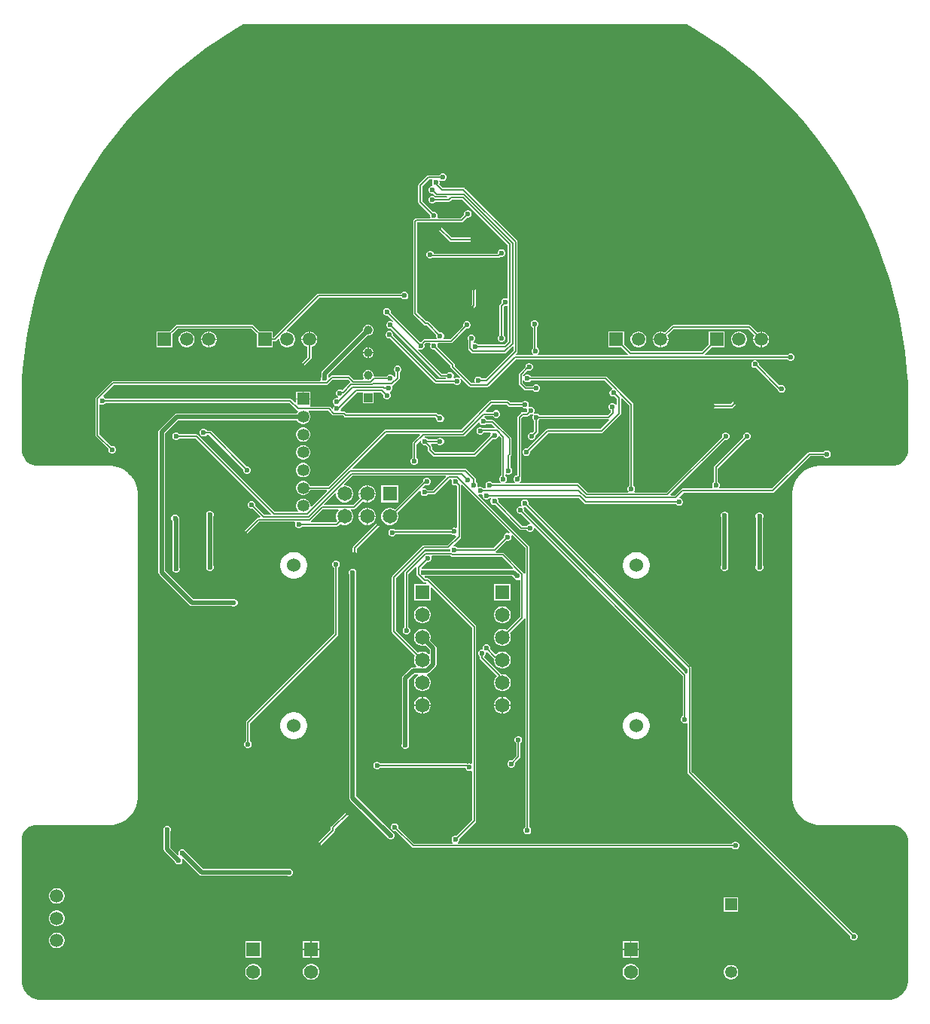
<source format=gbl>
G04*
G04 #@! TF.GenerationSoftware,Altium Limited,Altium Designer,22.1.2 (22)*
G04*
G04 Layer_Physical_Order=2*
G04 Layer_Color=16711680*
%FSLAX44Y44*%
%MOMM*%
G71*
G04*
G04 #@! TF.SameCoordinates,E4277ABF-2EF0-4229-B20A-5B57AAE43606*
G04*
G04*
G04 #@! TF.FilePolarity,Positive*
G04*
G01*
G75*
%ADD12C,0.2000*%
%ADD88C,1.3500*%
%ADD89R,1.3500X1.3500*%
%ADD98C,0.5000*%
%ADD99C,1.5080*%
%ADD100R,1.5080X1.5080*%
%ADD101C,1.5750*%
%ADD102R,1.5750X1.5750*%
%ADD103R,1.6500X1.6500*%
%ADD104C,1.6500*%
%ADD105C,1.5000*%
%ADD106R,1.6500X1.6500*%
%ADD107R,0.9850X0.9850*%
%ADD108C,0.9850*%
%ADD109C,1.5240*%
%ADD110C,0.6000*%
G36*
X257816Y-6848D02*
X275051Y-17721D01*
X291825Y-29290D01*
X308114Y-41536D01*
X323887Y-54438D01*
X339119Y-67975D01*
X353785Y-82123D01*
X367860Y-96859D01*
X381320Y-112159D01*
X394144Y-127997D01*
X406309Y-144345D01*
X417794Y-161178D01*
X428582Y-178466D01*
X438653Y-196182D01*
X447991Y-214294D01*
X456581Y-232773D01*
X464408Y-251589D01*
X471458Y-270708D01*
X477720Y-290100D01*
X483184Y-309732D01*
X487840Y-329571D01*
X491681Y-349583D01*
X494700Y-369737D01*
X496891Y-389996D01*
X497572Y-400162D01*
X497779Y-400931D01*
X497961Y-401167D01*
Y-481000D01*
Y-482671D01*
X497309Y-485947D01*
X496031Y-489034D01*
X494174Y-491812D01*
X491812Y-494174D01*
X489034Y-496031D01*
X485947Y-497309D01*
X482671Y-497961D01*
X400000D01*
X399967Y-497967D01*
X399933Y-497962D01*
X397971Y-498026D01*
X397873Y-498049D01*
X397772Y-498043D01*
X393881Y-498555D01*
X393754Y-498598D01*
X393619Y-498607D01*
X389829Y-499622D01*
X389708Y-499682D01*
X389576Y-499708D01*
X385951Y-501210D01*
X385839Y-501285D01*
X385712Y-501328D01*
X382313Y-503290D01*
X382212Y-503379D01*
X382092Y-503438D01*
X378978Y-505827D01*
X378890Y-505928D01*
X378778Y-506003D01*
X376003Y-508778D01*
X375928Y-508890D01*
X375827Y-508978D01*
X373438Y-512092D01*
X373379Y-512212D01*
X373290Y-512313D01*
X371328Y-515712D01*
X371285Y-515839D01*
X371210Y-515951D01*
X369708Y-519576D01*
X369682Y-519709D01*
X369622Y-519829D01*
X368607Y-523619D01*
X368598Y-523754D01*
X368555Y-523881D01*
X368043Y-527772D01*
X368049Y-527873D01*
X368026Y-527971D01*
X367962Y-529933D01*
X367967Y-529967D01*
X367961Y-530000D01*
Y-870000D01*
X367967Y-870033D01*
X367962Y-870067D01*
X368026Y-872029D01*
X368049Y-872127D01*
X368043Y-872228D01*
X368555Y-876119D01*
X368598Y-876246D01*
X368607Y-876380D01*
X369622Y-880171D01*
X369682Y-880292D01*
X369708Y-880424D01*
X371210Y-884049D01*
X371285Y-884161D01*
X371328Y-884288D01*
X373290Y-887687D01*
X373379Y-887788D01*
X373438Y-887908D01*
X375827Y-891022D01*
X375928Y-891110D01*
X376003Y-891222D01*
X378778Y-893997D01*
X378890Y-894072D01*
X378978Y-894173D01*
X382092Y-896562D01*
X382212Y-896621D01*
X382313Y-896710D01*
X385712Y-898672D01*
X385839Y-898715D01*
X385951Y-898790D01*
X389576Y-900292D01*
X389708Y-900318D01*
X389829Y-900378D01*
X393619Y-901393D01*
X393754Y-901402D01*
X393881Y-901445D01*
X397772Y-901957D01*
X397873Y-901951D01*
X397971Y-901974D01*
X399933Y-902038D01*
X399967Y-902032D01*
X400000Y-902039D01*
X481769D01*
X485239Y-902729D01*
X488508Y-904083D01*
X491449Y-906049D01*
X493951Y-908551D01*
X495917Y-911492D01*
X497271Y-914761D01*
X497961Y-918231D01*
Y-920000D01*
Y-1076000D01*
Y-1078163D01*
X497117Y-1082406D01*
X495462Y-1086402D01*
X493058Y-1089999D01*
X489999Y-1093058D01*
X486402Y-1095462D01*
X482406Y-1097117D01*
X478163Y-1097961D01*
X-479064D01*
X-483114Y-1097156D01*
X-486929Y-1095575D01*
X-490362Y-1093281D01*
X-493282Y-1090362D01*
X-495575Y-1086929D01*
X-497155Y-1083114D01*
X-497961Y-1079065D01*
Y-1077000D01*
Y-917000D01*
Y-915526D01*
X-497386Y-912636D01*
X-496258Y-909913D01*
X-494621Y-907463D01*
X-492537Y-905379D01*
X-490087Y-903742D01*
X-487364Y-902614D01*
X-484474Y-902039D01*
X-400000D01*
X-399967Y-902032D01*
X-399933Y-902038D01*
X-397971Y-901974D01*
X-397873Y-901951D01*
X-397772Y-901957D01*
X-393881Y-901445D01*
X-393754Y-901402D01*
X-393619Y-901393D01*
X-389829Y-900378D01*
X-389709Y-900318D01*
X-389576Y-900292D01*
X-385951Y-898790D01*
X-385839Y-898715D01*
X-385712Y-898672D01*
X-382313Y-896710D01*
X-382212Y-896621D01*
X-382092Y-896562D01*
X-378978Y-894173D01*
X-378890Y-894072D01*
X-378778Y-893997D01*
X-376003Y-891222D01*
X-375928Y-891110D01*
X-375827Y-891022D01*
X-373438Y-887908D01*
X-373379Y-887788D01*
X-373290Y-887687D01*
X-371328Y-884288D01*
X-371285Y-884161D01*
X-371210Y-884049D01*
X-369708Y-880424D01*
X-369682Y-880292D01*
X-369623Y-880171D01*
X-368607Y-876380D01*
X-368598Y-876246D01*
X-368555Y-876119D01*
X-368043Y-872228D01*
X-368049Y-872127D01*
X-368026Y-872029D01*
X-367962Y-870067D01*
X-367968Y-870033D01*
X-367961Y-870000D01*
X-368005Y-530181D01*
X-368013Y-530144D01*
X-368007Y-530108D01*
X-368078Y-528143D01*
X-368101Y-528045D01*
X-368094Y-527944D01*
X-368620Y-524050D01*
X-368664Y-523923D01*
X-368673Y-523788D01*
X-369702Y-519996D01*
X-369762Y-519876D01*
X-369789Y-519744D01*
X-371304Y-516118D01*
X-371379Y-516007D01*
X-371423Y-515879D01*
X-373399Y-512483D01*
X-373488Y-512382D01*
X-373548Y-512262D01*
X-375950Y-509152D01*
X-376051Y-509063D01*
X-376126Y-508952D01*
X-378914Y-506182D01*
X-379026Y-506108D01*
X-379115Y-506007D01*
X-382240Y-503625D01*
X-382361Y-503566D01*
X-382463Y-503478D01*
X-385872Y-501524D01*
X-385999Y-501481D01*
X-386111Y-501407D01*
X-389747Y-499915D01*
X-389879Y-499889D01*
X-389999Y-499830D01*
X-393798Y-498825D01*
X-393932Y-498817D01*
X-394060Y-498774D01*
X-397957Y-498274D01*
X-398059Y-498280D01*
X-398157Y-498258D01*
X-400122Y-498200D01*
X-400149Y-498204D01*
X-400176Y-498199D01*
X-480985Y-497970D01*
X-480988Y-497971D01*
X-480991Y-497970D01*
X-482662D01*
X-485941Y-497318D01*
X-489029Y-496039D01*
X-491809Y-494182D01*
X-494172Y-491818D01*
X-496030Y-489038D01*
X-497309Y-485950D01*
X-497961Y-482672D01*
Y-481000D01*
X-497961Y-400057D01*
X-497395Y-389954D01*
X-495189Y-369696D01*
X-492154Y-349533D01*
X-488296Y-329512D01*
X-483622Y-309665D01*
X-478140Y-290026D01*
X-471858Y-270629D01*
X-464788Y-251504D01*
X-456941Y-232685D01*
X-448330Y-214202D01*
X-438970Y-196088D01*
X-428876Y-178372D01*
X-418066Y-161084D01*
X-406557Y-144252D01*
X-394370Y-127907D01*
X-381523Y-112074D01*
X-368039Y-96778D01*
X-353940Y-82049D01*
X-339250Y-67909D01*
X-323994Y-54382D01*
X-308197Y-41490D01*
X-291886Y-29256D01*
X-275087Y-17700D01*
X-257829Y-6840D01*
X-249457Y-2039D01*
X249455Y-2039D01*
X257816Y-6848D01*
D02*
G37*
%LPC*%
G36*
X-24151Y-169730D02*
X-25849D01*
X-27419Y-170380D01*
X-28620Y-171581D01*
X-28663Y-171686D01*
X-41453D01*
X-42339Y-171862D01*
X-43089Y-172363D01*
X-51907Y-181180D01*
X-52408Y-181931D01*
X-52585Y-182817D01*
Y-201730D01*
X-52408Y-202616D01*
X-51907Y-203367D01*
X-39227Y-216046D01*
X-39270Y-216151D01*
Y-217849D01*
X-38924Y-218685D01*
X-39743Y-219956D01*
X-54828D01*
X-55714Y-220132D01*
X-56465Y-220633D01*
X-57637Y-221805D01*
X-58138Y-222556D01*
X-58314Y-223442D01*
Y-327000D01*
X-58138Y-327886D01*
X-57637Y-328637D01*
X-46519Y-339754D01*
X-45768Y-340256D01*
X-44883Y-340432D01*
X-42841D01*
X-32227Y-351046D01*
X-32270Y-351151D01*
Y-352849D01*
X-31620Y-354419D01*
X-32149Y-355686D01*
X-45000D01*
X-45886Y-355862D01*
X-46637Y-356363D01*
X-49046Y-358773D01*
X-49151Y-358730D01*
X-50849D01*
X-50954Y-358773D01*
X-83773Y-325954D01*
X-83730Y-325849D01*
Y-324151D01*
X-84380Y-322581D01*
X-85581Y-321380D01*
X-87151Y-320730D01*
X-88849D01*
X-90419Y-321380D01*
X-91620Y-322581D01*
X-92270Y-324151D01*
Y-325849D01*
X-91620Y-327419D01*
X-90419Y-328620D01*
X-88849Y-329270D01*
X-87151D01*
X-87046Y-329227D01*
X-80867Y-335406D01*
X-81581Y-336380D01*
X-83151Y-335730D01*
X-84849D01*
X-86419Y-336380D01*
X-87620Y-337581D01*
X-88270Y-339151D01*
Y-340849D01*
X-87620Y-342419D01*
X-86419Y-343620D01*
X-84849Y-344270D01*
X-83151D01*
X-83046Y-344227D01*
X-28637Y-398637D01*
X-27886Y-399138D01*
X-27000Y-399314D01*
X-21953D01*
X-21885Y-399416D01*
X-22566Y-400686D01*
X-32041D01*
X-80773Y-351954D01*
X-80730Y-351849D01*
Y-350151D01*
X-81380Y-348581D01*
X-82581Y-347380D01*
X-84151Y-346730D01*
X-85849D01*
X-87419Y-347380D01*
X-88620Y-348581D01*
X-89270Y-350151D01*
Y-351849D01*
X-88620Y-353419D01*
X-87419Y-354620D01*
X-85849Y-355270D01*
X-84151D01*
X-84046Y-355227D01*
X-34637Y-404637D01*
X-33886Y-405138D01*
X-33000Y-405314D01*
X-12663D01*
X-12620Y-405419D01*
X-11419Y-406620D01*
X-9849Y-407270D01*
X-8151D01*
X-6581Y-406620D01*
X-5380Y-405419D01*
X-4730Y-403849D01*
Y-402151D01*
X-5380Y-400581D01*
X-4406Y-399867D01*
X4633Y-408907D01*
X5384Y-409408D01*
X6270Y-409585D01*
X24730D01*
X25616Y-409408D01*
X26367Y-408907D01*
X56959Y-378315D01*
X362337D01*
X362380Y-378419D01*
X363581Y-379620D01*
X365151Y-380270D01*
X366849D01*
X368419Y-379620D01*
X369620Y-378419D01*
X370270Y-376849D01*
Y-375151D01*
X369620Y-373581D01*
X368419Y-372380D01*
X366849Y-371730D01*
X365151D01*
X363581Y-372380D01*
X362380Y-373581D01*
X362337Y-373685D01*
X270406D01*
X269880Y-372416D01*
X277486Y-364810D01*
X291833D01*
Y-347190D01*
X274212D01*
Y-361537D01*
X266064Y-369686D01*
X186959D01*
X178810Y-361537D01*
Y-347190D01*
X161190D01*
Y-364810D01*
X175537D01*
X183143Y-372416D01*
X182617Y-373685D01*
X82013D01*
X81843Y-373381D01*
X81623Y-372416D01*
X82620Y-371419D01*
X83270Y-369849D01*
Y-368151D01*
X82620Y-366581D01*
X81419Y-365380D01*
X80815Y-365130D01*
Y-342224D01*
X81620Y-341419D01*
X82270Y-339849D01*
Y-338151D01*
X81620Y-336581D01*
X80419Y-335380D01*
X78849Y-334730D01*
X77151D01*
X75581Y-335380D01*
X74380Y-336581D01*
X73730Y-338151D01*
Y-339849D01*
X74380Y-341419D01*
X75581Y-342620D01*
X76185Y-342870D01*
Y-365776D01*
X75380Y-366581D01*
X74730Y-368151D01*
Y-369849D01*
X75380Y-371419D01*
X76377Y-372416D01*
X76157Y-373381D01*
X75988Y-373685D01*
X57384D01*
X56858Y-372416D01*
X58447Y-370827D01*
X58948Y-370076D01*
X59124Y-369190D01*
Y-246561D01*
X58948Y-245675D01*
X58447Y-244925D01*
X-115Y-186363D01*
X-865Y-185862D01*
X-1751Y-185686D01*
X-24959D01*
X-29042Y-181602D01*
X-28730Y-180849D01*
Y-179151D01*
X-28916Y-178702D01*
X-28141Y-177255D01*
X-27843Y-177196D01*
X-27419Y-177620D01*
X-25849Y-178270D01*
X-24151D01*
X-22581Y-177620D01*
X-21380Y-176419D01*
X-20730Y-174849D01*
Y-173151D01*
X-21380Y-171581D01*
X-22581Y-170380D01*
X-24151Y-169730D01*
D02*
G37*
G36*
X-67151Y-302730D02*
X-68849D01*
X-70419Y-303380D01*
X-71620Y-304581D01*
X-71663Y-304685D01*
X-164851D01*
X-165737Y-304862D01*
X-166488Y-305363D01*
X-214809Y-353685D01*
X-216168D01*
Y-347190D01*
X-230514D01*
X-237341Y-340363D01*
X-238092Y-339862D01*
X-238977Y-339686D01*
X-324000D01*
X-324886Y-339862D01*
X-325637Y-340363D01*
X-332463Y-347190D01*
X-346810D01*
Y-364810D01*
X-329190D01*
Y-350463D01*
X-323041Y-344314D01*
X-239936D01*
X-233787Y-350463D01*
Y-364810D01*
X-216168D01*
Y-358314D01*
X-213851D01*
X-212965Y-358138D01*
X-212214Y-357636D01*
X-210057Y-355480D01*
X-208787Y-356006D01*
Y-357160D01*
X-208187Y-359400D01*
X-207027Y-361409D01*
X-205387Y-363050D01*
X-203378Y-364209D01*
X-201137Y-364810D01*
X-198818D01*
X-196577Y-364209D01*
X-194568Y-363050D01*
X-192928Y-361409D01*
X-191768Y-359400D01*
X-191167Y-357160D01*
Y-354840D01*
X-191768Y-352599D01*
X-192928Y-350590D01*
X-194568Y-348950D01*
X-196577Y-347790D01*
X-198818Y-347190D01*
X-199972D01*
X-200498Y-345920D01*
X-163892Y-309314D01*
X-71663D01*
X-71620Y-309419D01*
X-70419Y-310620D01*
X-68849Y-311270D01*
X-67151D01*
X-65581Y-310620D01*
X-64380Y-309419D01*
X-63730Y-307849D01*
Y-306151D01*
X-64380Y-304581D01*
X-65581Y-303380D01*
X-67151Y-302730D01*
D02*
G37*
G36*
X334182Y-347190D02*
X333657D01*
Y-355365D01*
X341832D01*
Y-354840D01*
X341232Y-352599D01*
X340072Y-350590D01*
X338432Y-348950D01*
X336423Y-347790D01*
X334182Y-347190D01*
D02*
G37*
G36*
X-173818D02*
X-174343D01*
Y-355365D01*
X-166168D01*
Y-354840D01*
X-166768Y-352599D01*
X-167928Y-350590D01*
X-169568Y-348950D01*
X-171577Y-347790D01*
X-173818Y-347190D01*
D02*
G37*
G36*
X-286840D02*
X-287365D01*
Y-355365D01*
X-279190D01*
Y-354840D01*
X-279790Y-352599D01*
X-280950Y-350590D01*
X-282591Y-348950D01*
X-284599Y-347790D01*
X-286840Y-347190D01*
D02*
G37*
G36*
X319341Y-340004D02*
X233681D01*
X232795Y-340181D01*
X232044Y-340682D01*
X224374Y-348352D01*
X223400Y-347790D01*
X221160Y-347190D01*
X220635D01*
Y-355365D01*
X228810D01*
Y-354840D01*
X228210Y-352599D01*
X227647Y-351626D01*
X234640Y-344633D01*
X318383D01*
X325375Y-351626D01*
X324813Y-352599D01*
X324212Y-354840D01*
Y-355365D01*
X332387D01*
Y-347190D01*
X331862D01*
X329622Y-347790D01*
X328648Y-348352D01*
X320978Y-340682D01*
X320227Y-340181D01*
X319341Y-340004D01*
D02*
G37*
G36*
X219365Y-347190D02*
X218840D01*
X216600Y-347790D01*
X214590Y-348950D01*
X212950Y-350590D01*
X211790Y-352599D01*
X211190Y-354840D01*
Y-355365D01*
X219365D01*
Y-347190D01*
D02*
G37*
G36*
X-175613D02*
X-176138D01*
X-178378Y-347790D01*
X-180387Y-348950D01*
X-182027Y-350590D01*
X-183187Y-352599D01*
X-183788Y-354840D01*
Y-355365D01*
X-175613D01*
Y-347190D01*
D02*
G37*
G36*
X-288635D02*
X-289160D01*
X-291401Y-347790D01*
X-293410Y-348950D01*
X-295050Y-350590D01*
X-296210Y-352599D01*
X-296810Y-354840D01*
Y-355365D01*
X-288635D01*
Y-347190D01*
D02*
G37*
G36*
X341832Y-356635D02*
X333657D01*
Y-364810D01*
X334182D01*
X336423Y-364209D01*
X338432Y-363050D01*
X340072Y-361409D01*
X341232Y-359400D01*
X341832Y-357160D01*
Y-356635D01*
D02*
G37*
G36*
X332387D02*
X324212D01*
Y-357160D01*
X324813Y-359400D01*
X325973Y-361409D01*
X327613Y-363050D01*
X329622Y-364209D01*
X331862Y-364810D01*
X332387D01*
Y-356635D01*
D02*
G37*
G36*
X309182Y-347190D02*
X306863D01*
X304622Y-347790D01*
X302613Y-348950D01*
X300973Y-350590D01*
X299813Y-352599D01*
X299213Y-354840D01*
Y-357160D01*
X299813Y-359400D01*
X300973Y-361409D01*
X302613Y-363050D01*
X304622Y-364209D01*
X306863Y-364810D01*
X309182D01*
X311423Y-364209D01*
X313432Y-363050D01*
X315072Y-361409D01*
X316232Y-359400D01*
X316833Y-357160D01*
Y-354840D01*
X316232Y-352599D01*
X315072Y-350590D01*
X313432Y-348950D01*
X311423Y-347790D01*
X309182Y-347190D01*
D02*
G37*
G36*
X228810Y-356635D02*
X220635D01*
Y-364810D01*
X221160D01*
X223400Y-364209D01*
X225410Y-363050D01*
X227050Y-361409D01*
X228210Y-359400D01*
X228810Y-357160D01*
Y-356635D01*
D02*
G37*
G36*
X219365D02*
X211190D01*
Y-357160D01*
X211790Y-359400D01*
X212950Y-361409D01*
X214590Y-363050D01*
X216600Y-364209D01*
X218840Y-364810D01*
X219365D01*
Y-356635D01*
D02*
G37*
G36*
X196160Y-347190D02*
X193840D01*
X191599Y-347790D01*
X189590Y-348950D01*
X187950Y-350590D01*
X186790Y-352599D01*
X186190Y-354840D01*
Y-357160D01*
X186790Y-359400D01*
X187950Y-361409D01*
X189590Y-363050D01*
X191599Y-364209D01*
X193840Y-364810D01*
X196160D01*
X198400Y-364209D01*
X200409Y-363050D01*
X202050Y-361409D01*
X203209Y-359400D01*
X203810Y-357160D01*
Y-354840D01*
X203209Y-352599D01*
X202050Y-350590D01*
X200409Y-348950D01*
X198400Y-347790D01*
X196160Y-347190D01*
D02*
G37*
G36*
X-279190Y-356635D02*
X-287365D01*
Y-364810D01*
X-286840D01*
X-284599Y-364209D01*
X-282591Y-363050D01*
X-280950Y-361409D01*
X-279790Y-359400D01*
X-279190Y-357160D01*
Y-356635D01*
D02*
G37*
G36*
X-288635D02*
X-296810D01*
Y-357160D01*
X-296210Y-359400D01*
X-295050Y-361409D01*
X-293410Y-363050D01*
X-291401Y-364209D01*
X-289160Y-364810D01*
X-288635D01*
Y-356635D01*
D02*
G37*
G36*
X-311840Y-347190D02*
X-314160D01*
X-316401Y-347790D01*
X-318410Y-348950D01*
X-320050Y-350590D01*
X-321210Y-352599D01*
X-321810Y-354840D01*
Y-357160D01*
X-321210Y-359400D01*
X-320050Y-361409D01*
X-318410Y-363050D01*
X-316401Y-364209D01*
X-314160Y-364810D01*
X-311840D01*
X-309600Y-364209D01*
X-307591Y-363050D01*
X-305951Y-361409D01*
X-304791Y-359400D01*
X-304190Y-357160D01*
Y-354840D01*
X-304791Y-352599D01*
X-305951Y-350590D01*
X-307591Y-348950D01*
X-309600Y-347790D01*
X-311840Y-347190D01*
D02*
G37*
G36*
X-107768Y-364805D02*
X-108365D01*
Y-370365D01*
X-102805D01*
Y-369768D01*
X-103748Y-367491D01*
X-105491Y-365748D01*
X-107768Y-364805D01*
D02*
G37*
G36*
X-109635D02*
X-110232D01*
X-112509Y-365748D01*
X-114252Y-367491D01*
X-115195Y-369768D01*
Y-370365D01*
X-109635D01*
Y-364805D01*
D02*
G37*
G36*
X-102805Y-371635D02*
X-108365D01*
Y-377195D01*
X-107768D01*
X-105491Y-376252D01*
X-103748Y-374509D01*
X-102805Y-372232D01*
Y-371635D01*
D02*
G37*
G36*
X-109635D02*
X-115195D01*
Y-372232D01*
X-114252Y-374509D01*
X-112509Y-376252D01*
X-110232Y-377195D01*
X-109635D01*
Y-371635D01*
D02*
G37*
G36*
X-166168Y-356635D02*
X-174978D01*
X-183788D01*
Y-357160D01*
X-183187Y-359400D01*
X-182027Y-361409D01*
X-180387Y-363050D01*
X-178378Y-364209D01*
X-177292Y-364500D01*
Y-376019D01*
X-184637Y-383363D01*
X-185138Y-384114D01*
X-185315Y-385000D01*
X-185138Y-385886D01*
X-184637Y-386637D01*
X-183886Y-387138D01*
X-183000Y-387314D01*
X-182114Y-387138D01*
X-181363Y-386637D01*
X-173341Y-378614D01*
X-172839Y-377863D01*
X-172663Y-376978D01*
Y-364500D01*
X-171577Y-364209D01*
X-169568Y-363050D01*
X-167928Y-361409D01*
X-166768Y-359400D01*
X-166168Y-357160D01*
Y-356635D01*
D02*
G37*
G36*
X72849Y-382730D02*
X71151D01*
X69581Y-383380D01*
X68380Y-384581D01*
X67730Y-386151D01*
Y-386997D01*
X61093Y-393633D01*
X60592Y-394384D01*
X60416Y-395270D01*
Y-405730D01*
X60592Y-406616D01*
X61093Y-407367D01*
X66363Y-412637D01*
X67114Y-413138D01*
X68000Y-413315D01*
X76337D01*
X76380Y-413419D01*
X77581Y-414620D01*
X79151Y-415270D01*
X80849D01*
X82419Y-414620D01*
X83620Y-413419D01*
X84270Y-411849D01*
Y-410151D01*
X83620Y-408581D01*
X82419Y-407380D01*
X80849Y-406730D01*
X79151D01*
X77581Y-407380D01*
X76380Y-408581D01*
X76337Y-408685D01*
X68959D01*
X65044Y-404771D01*
Y-402513D01*
X66315Y-402260D01*
X66380Y-402419D01*
X67581Y-403620D01*
X69151Y-404270D01*
X70849D01*
X72419Y-403620D01*
X73620Y-402419D01*
X73663Y-402314D01*
X157041D01*
X165510Y-410783D01*
X165191Y-412260D01*
X164355Y-412607D01*
X163154Y-413808D01*
X162504Y-415377D01*
Y-417076D01*
X163154Y-418645D01*
X164355Y-419846D01*
X165924Y-420496D01*
X167623D01*
X168047Y-420321D01*
X170686Y-422959D01*
Y-429156D01*
X169415Y-429408D01*
X169394Y-429355D01*
X168192Y-428154D01*
X166623Y-427504D01*
X164924D01*
X163355Y-428154D01*
X162154Y-429355D01*
X161504Y-430924D01*
Y-432623D01*
X162154Y-434192D01*
X163355Y-435393D01*
X163685Y-435530D01*
Y-438041D01*
X160442Y-441285D01*
X83633D01*
X83590Y-441181D01*
X82389Y-439980D01*
X80819Y-439329D01*
X79121D01*
X78070Y-439765D01*
X77351Y-438688D01*
X77620Y-438419D01*
X78270Y-436849D01*
Y-435151D01*
X77620Y-433581D01*
X76419Y-432380D01*
X74849Y-431730D01*
X73151D01*
X72557Y-431976D01*
X71585Y-431004D01*
X71890Y-430268D01*
Y-428569D01*
X71240Y-427000D01*
X70039Y-425799D01*
X68469Y-425149D01*
X66771D01*
X65201Y-425799D01*
X64000Y-427000D01*
X63957Y-427104D01*
X51281D01*
X49541Y-425363D01*
X48790Y-424862D01*
X47904Y-424686D01*
X29470D01*
X28584Y-424862D01*
X27833Y-425363D01*
X-4219Y-457416D01*
X-89656D01*
X-90542Y-457592D01*
X-91293Y-458093D01*
X-153885Y-520686D01*
X-174317D01*
X-174527Y-519905D01*
X-175583Y-518076D01*
X-177076Y-516583D01*
X-178905Y-515527D01*
X-180944Y-514980D01*
X-183056D01*
X-185096Y-515527D01*
X-186925Y-516583D01*
X-188418Y-518076D01*
X-189474Y-519905D01*
X-190020Y-521944D01*
Y-524056D01*
X-189474Y-526096D01*
X-188418Y-527925D01*
X-186925Y-529418D01*
X-185096Y-530474D01*
X-183056Y-531020D01*
X-180944D01*
X-178905Y-530474D01*
X-177076Y-529418D01*
X-175583Y-527925D01*
X-174527Y-526096D01*
X-174317Y-525315D01*
X-155549D01*
X-155063Y-526488D01*
X-172766Y-544192D01*
X-173980Y-543609D01*
Y-541944D01*
X-174527Y-539905D01*
X-175583Y-538076D01*
X-177076Y-536583D01*
X-178905Y-535527D01*
X-180944Y-534980D01*
X-183056D01*
X-185096Y-535527D01*
X-186925Y-536583D01*
X-188418Y-538076D01*
X-189474Y-539905D01*
X-190020Y-541944D01*
Y-544056D01*
X-189474Y-546096D01*
X-188418Y-547925D01*
X-187907Y-548436D01*
X-188433Y-549706D01*
X-214021D01*
X-300363Y-463363D01*
X-301114Y-462862D01*
X-302000Y-462686D01*
X-321337D01*
X-321380Y-462581D01*
X-322581Y-461380D01*
X-324151Y-460730D01*
X-325849D01*
X-327419Y-461380D01*
X-328620Y-462581D01*
X-329270Y-464151D01*
Y-465849D01*
X-328620Y-467419D01*
X-327419Y-468620D01*
X-325849Y-469270D01*
X-324151D01*
X-322581Y-468620D01*
X-321380Y-467419D01*
X-321337Y-467314D01*
X-302959D01*
X-218471Y-551802D01*
X-218957Y-552976D01*
X-225751D01*
X-235773Y-542954D01*
X-235730Y-542849D01*
Y-541151D01*
X-236380Y-539581D01*
X-237581Y-538380D01*
X-239151Y-537730D01*
X-240849D01*
X-242419Y-538380D01*
X-243620Y-539581D01*
X-244270Y-541151D01*
Y-542849D01*
X-243620Y-544419D01*
X-242419Y-545620D01*
X-240849Y-546270D01*
X-239151D01*
X-239046Y-546227D01*
X-230201Y-555072D01*
X-230687Y-556246D01*
X-232560D01*
X-233446Y-556422D01*
X-234197Y-556924D01*
X-249637Y-572363D01*
X-250138Y-573114D01*
X-250315Y-574000D01*
X-250138Y-574886D01*
X-249637Y-575637D01*
X-248886Y-576138D01*
X-248000Y-576315D01*
X-247114Y-576138D01*
X-246363Y-575637D01*
X-231602Y-560875D01*
X-191573D01*
X-190853Y-562145D01*
X-191270Y-563151D01*
Y-564849D01*
X-190620Y-566419D01*
X-189419Y-567620D01*
X-187849Y-568270D01*
X-186151D01*
X-184581Y-567620D01*
X-183380Y-566419D01*
X-183337Y-566315D01*
X-144400D01*
X-143514Y-566138D01*
X-142763Y-565637D01*
X-140294Y-563167D01*
X-139074Y-563871D01*
X-136653Y-564520D01*
X-134146D01*
X-131725Y-563871D01*
X-129555Y-562618D01*
X-127782Y-560846D01*
X-126529Y-558675D01*
X-125880Y-556254D01*
Y-553747D01*
X-126529Y-551326D01*
X-127782Y-549155D01*
X-128872Y-548065D01*
X-128346Y-546795D01*
X-124880D01*
X-123994Y-546618D01*
X-123243Y-546117D01*
X-114894Y-537767D01*
X-113674Y-538471D01*
X-111253Y-539120D01*
X-110635D01*
Y-530235D01*
X-119520D01*
Y-530854D01*
X-118871Y-533275D01*
X-118167Y-534494D01*
X-125838Y-542166D01*
X-157910D01*
X-158396Y-540992D01*
X-146190Y-528786D01*
X-144920Y-529312D01*
Y-530854D01*
X-144271Y-533275D01*
X-143018Y-535446D01*
X-141245Y-537218D01*
X-139074Y-538471D01*
X-136653Y-539120D01*
X-134146D01*
X-131725Y-538471D01*
X-129555Y-537218D01*
X-127782Y-535446D01*
X-126529Y-533275D01*
X-125880Y-530854D01*
Y-528347D01*
X-126529Y-525926D01*
X-127782Y-523755D01*
X-129555Y-521982D01*
X-131725Y-520729D01*
X-134146Y-520080D01*
X-135688D01*
X-136214Y-518810D01*
X-126719Y-509314D01*
X-21749D01*
X-21263Y-510488D01*
X-36461Y-525686D01*
X-42067D01*
X-42110Y-525581D01*
X-43311Y-524380D01*
X-44881Y-523730D01*
X-46579D01*
X-46859Y-523846D01*
X-47578Y-522769D01*
X-44719Y-519910D01*
X-43849Y-520270D01*
X-42151D01*
X-40581Y-519620D01*
X-39380Y-518419D01*
X-38730Y-516849D01*
Y-515151D01*
X-39380Y-513581D01*
X-40581Y-512380D01*
X-42151Y-511730D01*
X-43849D01*
X-45419Y-512380D01*
X-46620Y-513581D01*
X-47270Y-515151D01*
Y-515914D01*
X-78746Y-547391D01*
X-78755Y-547382D01*
X-80925Y-546129D01*
X-83347Y-545480D01*
X-85853D01*
X-88274Y-546129D01*
X-90445Y-547382D01*
X-92218Y-549155D01*
X-93471Y-551326D01*
X-94120Y-553747D01*
Y-556254D01*
X-93471Y-558675D01*
X-92218Y-560846D01*
X-90445Y-562618D01*
X-88274Y-563871D01*
X-85853Y-564520D01*
X-83347D01*
X-80925Y-563871D01*
X-78755Y-562618D01*
X-76982Y-560846D01*
X-75729Y-558675D01*
X-75080Y-556254D01*
Y-553747D01*
X-75729Y-551326D01*
X-75877Y-551068D01*
X-50961Y-526152D01*
X-49884Y-526871D01*
X-50000Y-527151D01*
Y-528849D01*
X-49350Y-530419D01*
X-48149Y-531620D01*
X-46579Y-532270D01*
X-44881D01*
X-43311Y-531620D01*
X-42110Y-530419D01*
X-42067Y-530314D01*
X-35502D01*
X-34617Y-530138D01*
X-33866Y-529637D01*
X-17274Y-513045D01*
X-15742D01*
X-14924Y-514314D01*
X-15270Y-515151D01*
Y-516849D01*
X-14620Y-518419D01*
X-13419Y-519620D01*
X-11849Y-520270D01*
X-10151D01*
X-10046Y-520227D01*
X-9044Y-521229D01*
Y-567257D01*
X-10315Y-568076D01*
X-11151Y-567730D01*
X-12849D01*
X-14419Y-568380D01*
X-15620Y-569581D01*
X-15870Y-570186D01*
X-78776D01*
X-79581Y-569380D01*
X-81151Y-568730D01*
X-82849D01*
X-84419Y-569380D01*
X-85620Y-570581D01*
X-86270Y-572151D01*
Y-573849D01*
X-85620Y-575419D01*
X-84419Y-576620D01*
X-82849Y-577270D01*
X-81151D01*
X-79581Y-576620D01*
X-78380Y-575419D01*
X-78130Y-574814D01*
X-15224D01*
X-14419Y-575620D01*
X-12849Y-576270D01*
X-11151D01*
X-10000Y-577168D01*
X-9946Y-577673D01*
X-19689Y-587416D01*
X-46354D01*
X-47240Y-587592D01*
X-47991Y-588093D01*
X-81637Y-621739D01*
X-82138Y-622490D01*
X-82315Y-623376D01*
Y-684400D01*
X-82138Y-685286D01*
X-81637Y-686036D01*
X-56167Y-711506D01*
X-56871Y-712725D01*
X-57520Y-715147D01*
Y-717653D01*
X-56871Y-720074D01*
X-55618Y-722245D01*
X-54557Y-723306D01*
X-55083Y-724576D01*
X-58420D01*
X-58420Y-724576D01*
X-59891Y-724869D01*
X-61138Y-725702D01*
X-69718Y-734282D01*
X-70551Y-735529D01*
X-70844Y-737000D01*
X-70844Y-737000D01*
Y-810122D01*
X-71270Y-811151D01*
Y-812849D01*
X-70620Y-814419D01*
X-69419Y-815620D01*
X-67849Y-816270D01*
X-66151D01*
X-64581Y-815620D01*
X-63380Y-814419D01*
X-62730Y-812849D01*
Y-811151D01*
X-63156Y-810122D01*
Y-738592D01*
X-56828Y-732264D01*
X-53063D01*
X-52723Y-733534D01*
X-53845Y-734182D01*
X-55618Y-735955D01*
X-56871Y-738125D01*
X-57520Y-740547D01*
Y-743053D01*
X-56871Y-745474D01*
X-55618Y-747645D01*
X-53845Y-749418D01*
X-51674Y-750671D01*
X-49253Y-751320D01*
X-46747D01*
X-44325Y-750671D01*
X-42155Y-749418D01*
X-40382Y-747645D01*
X-39129Y-745474D01*
X-38480Y-743053D01*
Y-740547D01*
X-39129Y-738125D01*
X-40382Y-735955D01*
X-42155Y-734182D01*
X-43222Y-733566D01*
X-43036Y-732382D01*
X-42959Y-732251D01*
X-41550Y-731971D01*
X-40303Y-731138D01*
X-33262Y-724097D01*
X-32429Y-722850D01*
X-32136Y-721379D01*
X-32136Y-721379D01*
Y-703020D01*
X-32429Y-701549D01*
X-33262Y-700302D01*
X-33262Y-700302D01*
X-39078Y-694486D01*
X-38480Y-692253D01*
Y-689747D01*
X-39129Y-687325D01*
X-40382Y-685154D01*
X-42155Y-683382D01*
X-44325Y-682129D01*
X-46747Y-681480D01*
X-49253D01*
X-51674Y-682129D01*
X-53845Y-683382D01*
X-55618Y-685154D01*
X-56871Y-687325D01*
X-57520Y-689747D01*
Y-692253D01*
X-56871Y-694675D01*
X-55618Y-696845D01*
X-53845Y-698618D01*
X-51674Y-699871D01*
X-49253Y-700520D01*
X-46747D01*
X-44514Y-699922D01*
X-39824Y-704612D01*
Y-709317D01*
X-41094Y-709843D01*
X-42155Y-708782D01*
X-44325Y-707529D01*
X-46747Y-706880D01*
X-49253D01*
X-51674Y-707529D01*
X-52894Y-708233D01*
X-77685Y-683441D01*
Y-624334D01*
X-45396Y-592044D01*
X-18730D01*
X-17844Y-591868D01*
X-17407Y-591576D01*
X-16627Y-591970D01*
X-16409Y-592139D01*
X-16270Y-592295D01*
Y-593849D01*
X-16623Y-594377D01*
X-44144D01*
X-45030Y-594553D01*
X-45781Y-595055D01*
X-67637Y-616911D01*
X-68138Y-617661D01*
X-68314Y-618547D01*
Y-679337D01*
X-68419Y-679380D01*
X-69620Y-680581D01*
X-70270Y-682151D01*
Y-683849D01*
X-69620Y-685419D01*
X-68419Y-686620D01*
X-66849Y-687270D01*
X-65151D01*
X-63581Y-686620D01*
X-62380Y-685419D01*
X-61730Y-683849D01*
Y-682151D01*
X-62380Y-680581D01*
X-63581Y-679380D01*
X-63685Y-679337D01*
Y-619506D01*
X-55738Y-611558D01*
X-54567Y-612184D01*
X-54584Y-612270D01*
Y-620183D01*
X-54408Y-621069D01*
X-53907Y-621819D01*
X-47319Y-628407D01*
X-46569Y-628908D01*
X-45683Y-629085D01*
X-43456D01*
X-43229Y-629410D01*
X-43890Y-630680D01*
X-57520D01*
Y-649720D01*
X-38480D01*
Y-634942D01*
X-37307Y-634456D01*
X7955Y-679718D01*
Y-832258D01*
X6686Y-833076D01*
X5849Y-832730D01*
X4151D01*
X3197Y-833125D01*
X2803Y-832862D01*
X1918Y-832685D01*
X-95337D01*
X-95380Y-832581D01*
X-96581Y-831380D01*
X-98151Y-830730D01*
X-99849D01*
X-101419Y-831380D01*
X-102620Y-832581D01*
X-103270Y-834151D01*
Y-835849D01*
X-102620Y-837419D01*
X-101419Y-838620D01*
X-99849Y-839270D01*
X-98151D01*
X-96581Y-838620D01*
X-95380Y-837419D01*
X-95337Y-837315D01*
X730D01*
Y-837849D01*
X1380Y-839419D01*
X2581Y-840620D01*
X4151Y-841270D01*
X5849D01*
X6686Y-840924D01*
X7955Y-841742D01*
Y-895771D01*
X-10046Y-913773D01*
X-10151Y-913730D01*
X-11849D01*
X-13419Y-914380D01*
X-14620Y-915581D01*
X-15270Y-917151D01*
Y-918849D01*
X-14620Y-920419D01*
X-13623Y-921415D01*
X-13843Y-922381D01*
X-14013Y-922685D01*
X-57041D01*
X-74773Y-904954D01*
X-74730Y-904849D01*
Y-903151D01*
X-75380Y-901581D01*
X-76581Y-900380D01*
X-78151Y-899730D01*
X-79849D01*
X-81419Y-900380D01*
X-82620Y-901581D01*
X-83270Y-903151D01*
Y-904849D01*
X-82620Y-906419D01*
X-81419Y-907620D01*
X-79849Y-908270D01*
X-78151D01*
X-78046Y-908227D01*
X-59637Y-926637D01*
X-58886Y-927138D01*
X-58000Y-927315D01*
X300337D01*
X300380Y-927419D01*
X301581Y-928620D01*
X303151Y-929270D01*
X304849D01*
X306419Y-928620D01*
X307620Y-927419D01*
X308270Y-925849D01*
Y-924151D01*
X307620Y-922581D01*
X306419Y-921380D01*
X304849Y-920730D01*
X303151D01*
X301581Y-921380D01*
X300380Y-922581D01*
X300337Y-922685D01*
X-7987D01*
X-8157Y-922381D01*
X-8377Y-921415D01*
X-7380Y-920419D01*
X-6730Y-918849D01*
Y-917151D01*
X-6773Y-917046D01*
X11907Y-898367D01*
X12408Y-897616D01*
X12585Y-896730D01*
Y-678760D01*
X12408Y-677874D01*
X11907Y-677123D01*
X-40083Y-625133D01*
X-40834Y-624632D01*
X-41720Y-624455D01*
X-44724D01*
X-45736Y-623443D01*
X-45417Y-621966D01*
X-45122Y-621844D01*
X53137D01*
X55145Y-623852D01*
X55380Y-624419D01*
X56581Y-625620D01*
X58151Y-626270D01*
X59849D01*
X60686Y-625924D01*
X61955Y-626743D01*
Y-667771D01*
X46894Y-682833D01*
X45674Y-682129D01*
X43253Y-681480D01*
X40746D01*
X38325Y-682129D01*
X36154Y-683382D01*
X34382Y-685154D01*
X33129Y-687325D01*
X32480Y-689747D01*
Y-692253D01*
X33129Y-694675D01*
X34382Y-696845D01*
X36154Y-698618D01*
X38325Y-699871D01*
X40746Y-700520D01*
X43253D01*
X45674Y-699871D01*
X47845Y-698618D01*
X49618Y-696845D01*
X50871Y-694675D01*
X51520Y-692253D01*
Y-689747D01*
X50871Y-687325D01*
X50167Y-686106D01*
X65907Y-670366D01*
X66408Y-669615D01*
X66416Y-669579D01*
X67685Y-669704D01*
Y-904337D01*
X67581Y-904380D01*
X66380Y-905581D01*
X65730Y-907151D01*
Y-908849D01*
X66380Y-910419D01*
X67581Y-911620D01*
X69151Y-912270D01*
X70849D01*
X72419Y-911620D01*
X73620Y-910419D01*
X74270Y-908849D01*
Y-907151D01*
X73620Y-905581D01*
X72419Y-904380D01*
X72315Y-904337D01*
Y-589547D01*
X72138Y-588661D01*
X71637Y-587911D01*
X14819Y-531093D01*
X15539Y-530016D01*
X16151Y-530270D01*
X17849D01*
X18901Y-529835D01*
X19872Y-530807D01*
X19730Y-531151D01*
Y-532849D01*
X20380Y-534419D01*
X21581Y-535620D01*
X23151Y-536270D01*
X24849D01*
X26419Y-535620D01*
X27620Y-534419D01*
X27663Y-534314D01*
X28851D01*
X29380Y-535581D01*
X28730Y-537151D01*
Y-538849D01*
X29380Y-540419D01*
X30581Y-541620D01*
X32151Y-542270D01*
X33849D01*
X33954Y-542227D01*
X61364Y-569637D01*
X62114Y-570138D01*
X63000Y-570314D01*
X69337D01*
X69380Y-570419D01*
X70581Y-571620D01*
X72151Y-572270D01*
X73849D01*
X75419Y-571620D01*
X76620Y-570419D01*
X77270Y-568849D01*
Y-568339D01*
X78540Y-567813D01*
X244685Y-733959D01*
Y-779337D01*
X244581Y-779380D01*
X243380Y-780581D01*
X242730Y-782151D01*
Y-783849D01*
X243380Y-785419D01*
X244581Y-786620D01*
X246151Y-787270D01*
X247849D01*
X248685Y-786924D01*
X249956Y-787742D01*
Y-842270D01*
X250132Y-843156D01*
X250633Y-843907D01*
X432773Y-1026046D01*
X432730Y-1026151D01*
Y-1027849D01*
X433380Y-1029419D01*
X434581Y-1030620D01*
X436151Y-1031270D01*
X437849D01*
X439419Y-1030620D01*
X440620Y-1029419D01*
X441270Y-1027849D01*
Y-1026151D01*
X440620Y-1024581D01*
X439419Y-1023380D01*
X437849Y-1022730D01*
X436151D01*
X436046Y-1022773D01*
X254585Y-841311D01*
Y-725270D01*
X254408Y-724384D01*
X253907Y-723633D01*
X71227Y-540954D01*
X71270Y-540849D01*
Y-539151D01*
X70620Y-537581D01*
X69419Y-536380D01*
X67849Y-535730D01*
X66151D01*
X64581Y-536380D01*
X63380Y-537581D01*
X62730Y-539151D01*
Y-540849D01*
X63380Y-542419D01*
X63647Y-542686D01*
X62928Y-543763D01*
X62849Y-543730D01*
X61151D01*
X59581Y-544380D01*
X58380Y-545581D01*
X57730Y-547151D01*
Y-548849D01*
X58380Y-550419D01*
X59581Y-551620D01*
X61151Y-552270D01*
X62849D01*
X62954Y-552227D01*
X73187Y-562460D01*
X72661Y-563730D01*
X72151D01*
X70581Y-564380D01*
X69380Y-565581D01*
X69337Y-565686D01*
X63959D01*
X37227Y-538954D01*
X37270Y-538849D01*
Y-537151D01*
X36620Y-535581D01*
X37149Y-534314D01*
X128041D01*
X134363Y-540637D01*
X135114Y-541138D01*
X136000Y-541315D01*
X237337D01*
X237380Y-541419D01*
X238581Y-542620D01*
X240151Y-543270D01*
X241849D01*
X243419Y-542620D01*
X244620Y-541419D01*
X245270Y-539849D01*
Y-538151D01*
X244620Y-536581D01*
X243419Y-535380D01*
X241849Y-534730D01*
X240961D01*
X240435Y-533460D01*
X245581Y-528315D01*
X346000D01*
X346886Y-528138D01*
X347637Y-527637D01*
X387959Y-487314D01*
X403337D01*
X403380Y-487419D01*
X404581Y-488620D01*
X406151Y-489270D01*
X407849D01*
X409419Y-488620D01*
X410620Y-487419D01*
X411270Y-485849D01*
Y-484151D01*
X410620Y-482581D01*
X409419Y-481380D01*
X407849Y-480730D01*
X406151D01*
X404581Y-481380D01*
X403380Y-482581D01*
X403337Y-482686D01*
X387000D01*
X386114Y-482862D01*
X385363Y-483363D01*
X345041Y-523685D01*
X286149D01*
X285620Y-522419D01*
X286270Y-520849D01*
Y-519151D01*
X285620Y-517581D01*
X284419Y-516380D01*
X284314Y-516337D01*
Y-500959D01*
X316046Y-469227D01*
X316151Y-469270D01*
X317849D01*
X319419Y-468620D01*
X320620Y-467419D01*
X321270Y-465849D01*
Y-464151D01*
X320620Y-462581D01*
X319419Y-461380D01*
X317849Y-460730D01*
X316151D01*
X314581Y-461380D01*
X313380Y-462581D01*
X312730Y-464151D01*
Y-465849D01*
X312773Y-465954D01*
X280363Y-498363D01*
X279862Y-499114D01*
X279685Y-500000D01*
Y-516337D01*
X279581Y-516380D01*
X278380Y-517581D01*
X277730Y-519151D01*
Y-520849D01*
X278380Y-522419D01*
X277851Y-523685D01*
X244622D01*
X243736Y-523862D01*
X242986Y-524363D01*
X235854Y-531496D01*
X231437D01*
X230951Y-530322D01*
X292046Y-469227D01*
X292151Y-469270D01*
X293849D01*
X295419Y-468620D01*
X296620Y-467419D01*
X297270Y-465849D01*
Y-464151D01*
X296620Y-462581D01*
X295419Y-461380D01*
X293849Y-460730D01*
X292151D01*
X290581Y-461380D01*
X289380Y-462581D01*
X288730Y-464151D01*
Y-465849D01*
X288773Y-465954D01*
X226501Y-528226D01*
X190609D01*
X190083Y-526955D01*
X190620Y-526419D01*
X191270Y-524849D01*
Y-523151D01*
X190620Y-521581D01*
X189419Y-520380D01*
X189314Y-520337D01*
Y-429000D01*
X189138Y-428114D01*
X188637Y-427363D01*
X159637Y-398363D01*
X158886Y-397862D01*
X158000Y-397686D01*
X73663D01*
X73620Y-397581D01*
X72419Y-396380D01*
X70849Y-395730D01*
X69151D01*
X67581Y-396380D01*
X66380Y-397581D01*
X66315Y-397740D01*
X65044Y-397487D01*
Y-396229D01*
X70339Y-390934D01*
X71151Y-391270D01*
X72849D01*
X74419Y-390620D01*
X75620Y-389419D01*
X76270Y-387849D01*
Y-386151D01*
X75620Y-384581D01*
X74419Y-383380D01*
X72849Y-382730D01*
D02*
G37*
G36*
X326849Y-379730D02*
X325151D01*
X323581Y-380380D01*
X322380Y-381581D01*
X321730Y-383151D01*
Y-384849D01*
X322380Y-386419D01*
X323581Y-387620D01*
X325151Y-388270D01*
X326849D01*
X326954Y-388227D01*
X351598Y-412871D01*
X351793Y-413002D01*
X352380Y-414419D01*
X353581Y-415620D01*
X355151Y-416270D01*
X356849D01*
X358419Y-415620D01*
X359620Y-414419D01*
X360270Y-412849D01*
Y-411151D01*
X359620Y-409581D01*
X358419Y-408380D01*
X356849Y-407730D01*
X355151D01*
X353632Y-408359D01*
X330227Y-384954D01*
X330270Y-384849D01*
Y-383151D01*
X329620Y-381581D01*
X328419Y-380380D01*
X326849Y-379730D01*
D02*
G37*
G36*
X-107768Y-339405D02*
X-110232D01*
X-112509Y-340348D01*
X-114252Y-342091D01*
X-115195Y-344368D01*
Y-346359D01*
X-160527Y-391691D01*
X-161360Y-392938D01*
X-161653Y-394409D01*
X-161653Y-394409D01*
Y-397660D01*
X-162270Y-399151D01*
Y-400849D01*
X-161924Y-401685D01*
X-162743Y-402956D01*
X-395723D01*
X-396609Y-403132D01*
X-397360Y-403633D01*
X-414907Y-421180D01*
X-415408Y-421931D01*
X-415584Y-422817D01*
Y-463730D01*
X-415408Y-464616D01*
X-414907Y-465367D01*
X-401227Y-479046D01*
X-401270Y-479151D01*
Y-480849D01*
X-400620Y-482419D01*
X-399419Y-483620D01*
X-397849Y-484270D01*
X-396151D01*
X-394581Y-483620D01*
X-393380Y-482419D01*
X-392730Y-480849D01*
Y-479151D01*
X-393380Y-477581D01*
X-394581Y-476380D01*
X-396151Y-475730D01*
X-397849D01*
X-397954Y-475773D01*
X-410956Y-462771D01*
Y-429743D01*
X-409686Y-428924D01*
X-408849Y-429270D01*
X-407151D01*
X-405581Y-428620D01*
X-404380Y-427419D01*
X-404337Y-427314D01*
X-197669D01*
X-189367Y-435616D01*
X-188616Y-436118D01*
X-188316Y-436178D01*
X-187859Y-437516D01*
X-188418Y-438075D01*
X-189042Y-439156D01*
X-324000D01*
X-325471Y-439449D01*
X-326718Y-440282D01*
X-326718Y-440282D01*
X-343718Y-457282D01*
X-344551Y-458529D01*
X-344844Y-460000D01*
X-344844Y-460000D01*
Y-618000D01*
X-344844Y-618000D01*
X-344551Y-619471D01*
X-343718Y-620718D01*
X-309718Y-654718D01*
X-309718Y-654718D01*
X-308471Y-655551D01*
X-307000Y-655844D01*
X-261878D01*
X-260849Y-656270D01*
X-259151D01*
X-257581Y-655620D01*
X-256380Y-654419D01*
X-255730Y-652849D01*
Y-651151D01*
X-256380Y-649581D01*
X-257581Y-648380D01*
X-259151Y-647730D01*
X-260849D01*
X-261878Y-648156D01*
X-305408D01*
X-337156Y-616408D01*
Y-461592D01*
X-322408Y-446844D01*
X-189042D01*
X-188418Y-447924D01*
X-186925Y-449417D01*
X-185096Y-450473D01*
X-183056Y-451020D01*
X-180944D01*
X-178905Y-450473D01*
X-177076Y-449417D01*
X-175583Y-447924D01*
X-174527Y-446096D01*
X-173980Y-444056D01*
Y-441944D01*
X-174527Y-439904D01*
X-175583Y-438075D01*
X-176094Y-437564D01*
X-175568Y-436294D01*
X-153996D01*
X-149384Y-440907D01*
X-148633Y-441408D01*
X-147747Y-441585D01*
X-137142D01*
X-135820Y-442907D01*
X-135069Y-443408D01*
X-134183Y-443585D01*
X-33714D01*
X-32270Y-445028D01*
Y-445849D01*
X-31620Y-447419D01*
X-30419Y-448620D01*
X-28849Y-449270D01*
X-27151D01*
X-25581Y-448620D01*
X-24380Y-447419D01*
X-23730Y-445849D01*
Y-444151D01*
X-24380Y-442581D01*
X-25581Y-441380D01*
X-27151Y-440730D01*
X-28849D01*
X-29679Y-441073D01*
X-31119Y-439633D01*
X-31869Y-439132D01*
X-32755Y-438955D01*
X-133224D01*
X-134546Y-437633D01*
X-135297Y-437132D01*
X-136183Y-436955D01*
X-139257D01*
X-140076Y-435686D01*
X-139730Y-434849D01*
Y-434081D01*
X-123562Y-417912D01*
X-123104Y-417606D01*
X-121217Y-415719D01*
X-115195D01*
Y-427995D01*
X-102805D01*
Y-415719D01*
X-94554D01*
X-92227Y-418046D01*
X-92270Y-418151D01*
Y-419849D01*
X-91620Y-421419D01*
X-90419Y-422620D01*
X-88849Y-423270D01*
X-87151D01*
X-85581Y-422620D01*
X-84380Y-421419D01*
X-83730Y-419849D01*
Y-418151D01*
X-84380Y-416581D01*
X-84561Y-416400D01*
X-84263Y-414902D01*
X-83581Y-414620D01*
X-82380Y-413419D01*
X-81730Y-411849D01*
Y-410151D01*
X-82092Y-409278D01*
X-81435Y-407893D01*
X-81404Y-407871D01*
X-81391Y-407868D01*
X-80641Y-407367D01*
X-74363Y-401089D01*
X-73862Y-400339D01*
X-73685Y-399453D01*
Y-393663D01*
X-73581Y-393620D01*
X-72380Y-392419D01*
X-71730Y-390849D01*
Y-389151D01*
X-72380Y-387581D01*
X-73581Y-386380D01*
X-75151Y-385730D01*
X-76849D01*
X-78419Y-386380D01*
X-79620Y-387581D01*
X-80270Y-389151D01*
Y-390849D01*
X-79620Y-392419D01*
X-78419Y-393620D01*
X-78314Y-393663D01*
Y-397489D01*
X-78860Y-397934D01*
X-80380Y-397581D01*
X-81581Y-396380D01*
X-83151Y-395730D01*
X-84849D01*
X-86419Y-396380D01*
X-87620Y-397581D01*
X-87663Y-397686D01*
X-101632D01*
X-102436Y-397649D01*
X-102805Y-396466D01*
Y-395168D01*
X-103748Y-392891D01*
X-105491Y-391148D01*
X-107768Y-390205D01*
X-110232D01*
X-112509Y-391148D01*
X-114252Y-392891D01*
X-115195Y-395168D01*
Y-397632D01*
X-114252Y-399909D01*
X-114054Y-400107D01*
X-114540Y-401281D01*
X-124804D01*
X-128991Y-397093D01*
X-129742Y-396592D01*
X-130628Y-396415D01*
X-149277D01*
X-150163Y-396592D01*
X-150914Y-397093D01*
X-152557Y-398736D01*
X-153559Y-398628D01*
X-153965Y-398349D01*
Y-396001D01*
X-109759Y-351795D01*
X-107768D01*
X-105491Y-350852D01*
X-103748Y-349109D01*
X-102805Y-346832D01*
Y-344368D01*
X-103748Y-342091D01*
X-105491Y-340348D01*
X-107768Y-339405D01*
D02*
G37*
G36*
X304000Y-424686D02*
X303912D01*
X303027Y-424862D01*
X302276Y-425363D01*
X298755Y-428884D01*
X278158D01*
X277272Y-429061D01*
X276522Y-429562D01*
X276020Y-430313D01*
X275844Y-431199D01*
X276020Y-432085D01*
X276522Y-432835D01*
X277272Y-433337D01*
X278158Y-433513D01*
X299713D01*
X300599Y-433337D01*
X301350Y-432835D01*
X305372Y-428813D01*
X305637Y-428637D01*
X306138Y-427886D01*
X306315Y-427000D01*
X306138Y-426114D01*
X305637Y-425363D01*
X304886Y-424862D01*
X304000Y-424686D01*
D02*
G37*
G36*
X-180944Y-454980D02*
X-183056D01*
X-185096Y-455526D01*
X-186925Y-456582D01*
X-188418Y-458075D01*
X-189474Y-459904D01*
X-190020Y-461944D01*
Y-464056D01*
X-189474Y-466095D01*
X-188418Y-467924D01*
X-186925Y-469417D01*
X-185096Y-470473D01*
X-183056Y-471020D01*
X-180944D01*
X-178905Y-470473D01*
X-177076Y-469417D01*
X-175583Y-467924D01*
X-174527Y-466095D01*
X-173980Y-464056D01*
Y-461944D01*
X-174527Y-459904D01*
X-175583Y-458075D01*
X-177076Y-456582D01*
X-178905Y-455526D01*
X-180944Y-454980D01*
D02*
G37*
G36*
Y-474980D02*
X-183056D01*
X-185096Y-475526D01*
X-186925Y-476582D01*
X-188418Y-478075D01*
X-189474Y-479904D01*
X-190020Y-481944D01*
Y-484056D01*
X-189474Y-486095D01*
X-188418Y-487924D01*
X-186925Y-489417D01*
X-185096Y-490473D01*
X-183056Y-491020D01*
X-180944D01*
X-178905Y-490473D01*
X-177076Y-489417D01*
X-175583Y-487924D01*
X-174527Y-486095D01*
X-173980Y-484056D01*
Y-481944D01*
X-174527Y-479904D01*
X-175583Y-478075D01*
X-177076Y-476582D01*
X-178905Y-475526D01*
X-180944Y-474980D01*
D02*
G37*
G36*
X-293151Y-456730D02*
X-294849D01*
X-296419Y-457380D01*
X-297620Y-458581D01*
X-298270Y-460151D01*
Y-461849D01*
X-297620Y-463419D01*
X-296419Y-464620D01*
X-294849Y-465270D01*
X-293151D01*
X-291581Y-464620D01*
X-290380Y-463419D01*
X-290337Y-463315D01*
X-287959D01*
X-249227Y-502046D01*
X-249270Y-502151D01*
Y-503849D01*
X-248620Y-505419D01*
X-247419Y-506620D01*
X-245849Y-507270D01*
X-244151D01*
X-242581Y-506620D01*
X-241380Y-505419D01*
X-240730Y-503849D01*
Y-502151D01*
X-241380Y-500581D01*
X-242581Y-499380D01*
X-244151Y-498730D01*
X-245849D01*
X-245954Y-498773D01*
X-285363Y-459363D01*
X-286114Y-458862D01*
X-287000Y-458685D01*
X-290337D01*
X-290380Y-458581D01*
X-291581Y-457380D01*
X-293151Y-456730D01*
D02*
G37*
G36*
X-180944Y-494980D02*
X-183056D01*
X-185096Y-495526D01*
X-186925Y-496582D01*
X-188418Y-498075D01*
X-189474Y-499904D01*
X-190020Y-501944D01*
Y-504056D01*
X-189474Y-506095D01*
X-188418Y-507924D01*
X-186925Y-509417D01*
X-185096Y-510473D01*
X-183056Y-511020D01*
X-180944D01*
X-178905Y-510473D01*
X-177076Y-509417D01*
X-175583Y-507924D01*
X-174527Y-506095D01*
X-173980Y-504056D01*
Y-501944D01*
X-174527Y-499904D01*
X-175583Y-498075D01*
X-177076Y-496582D01*
X-178905Y-495526D01*
X-180944Y-494980D01*
D02*
G37*
G36*
X-108747Y-520080D02*
X-109365D01*
Y-528965D01*
X-100480D01*
Y-528347D01*
X-101129Y-525926D01*
X-102382Y-523755D01*
X-104155Y-521982D01*
X-106325Y-520729D01*
X-108747Y-520080D01*
D02*
G37*
G36*
X-110635D02*
X-111253D01*
X-113674Y-520729D01*
X-115845Y-521982D01*
X-117618Y-523755D01*
X-118871Y-525926D01*
X-119520Y-528347D01*
Y-528965D01*
X-110635D01*
Y-520080D01*
D02*
G37*
G36*
X-75080D02*
X-94120D01*
Y-539120D01*
X-75080D01*
Y-520080D01*
D02*
G37*
G36*
X-100480Y-530235D02*
X-109365D01*
Y-539120D01*
X-108747D01*
X-106325Y-538471D01*
X-104155Y-537218D01*
X-102382Y-535446D01*
X-101129Y-533275D01*
X-100480Y-530854D01*
Y-530235D01*
D02*
G37*
G36*
X-108747Y-545480D02*
X-109365D01*
Y-554365D01*
X-100480D01*
Y-553747D01*
X-101129Y-551326D01*
X-102382Y-549155D01*
X-104155Y-547382D01*
X-106325Y-546129D01*
X-108747Y-545480D01*
D02*
G37*
G36*
X-110635D02*
X-111253D01*
X-113674Y-546129D01*
X-115845Y-547382D01*
X-117618Y-549155D01*
X-118871Y-551326D01*
X-119520Y-553747D01*
Y-554365D01*
X-110635D01*
Y-545480D01*
D02*
G37*
G36*
X-100480Y-555635D02*
X-109365D01*
Y-564520D01*
X-108747D01*
X-106325Y-563871D01*
X-104155Y-562618D01*
X-102382Y-560846D01*
X-101129Y-558675D01*
X-100480Y-556254D01*
Y-555635D01*
D02*
G37*
G36*
X-110635D02*
X-119520D01*
Y-556254D01*
X-118871Y-558675D01*
X-117618Y-560846D01*
X-115845Y-562618D01*
X-113674Y-563871D01*
X-111253Y-564520D01*
X-110635D01*
Y-555635D01*
D02*
G37*
G36*
X-97000Y-560686D02*
X-97886Y-560862D01*
X-98637Y-561363D01*
X-125637Y-588363D01*
X-126138Y-589114D01*
X-126314Y-590000D01*
Y-598000D01*
X-126138Y-598886D01*
X-125637Y-599637D01*
X-124886Y-600138D01*
X-124000Y-600314D01*
X-123114Y-600138D01*
X-122363Y-599637D01*
X-121862Y-598886D01*
X-121685Y-598000D01*
Y-590959D01*
X-95363Y-564637D01*
X-94862Y-563886D01*
X-94685Y-563000D01*
X-94862Y-562114D01*
X-95363Y-561363D01*
X-96114Y-560862D01*
X-97000Y-560686D01*
D02*
G37*
G36*
X331849Y-550730D02*
X330151D01*
X328581Y-551380D01*
X327380Y-552581D01*
X326730Y-554151D01*
Y-555849D01*
X327156Y-556878D01*
Y-610122D01*
X326730Y-611151D01*
Y-612849D01*
X327380Y-614419D01*
X328581Y-615620D01*
X330151Y-616270D01*
X331849D01*
X333419Y-615620D01*
X334620Y-614419D01*
X335270Y-612849D01*
Y-611151D01*
X334844Y-610122D01*
Y-556878D01*
X335270Y-555849D01*
Y-554151D01*
X334620Y-552581D01*
X333419Y-551380D01*
X331849Y-550730D01*
D02*
G37*
G36*
X292849Y-549730D02*
X291151D01*
X289581Y-550380D01*
X288380Y-551581D01*
X287730Y-553151D01*
Y-554849D01*
X288156Y-555878D01*
Y-610122D01*
X287730Y-611151D01*
Y-612849D01*
X288380Y-614419D01*
X289581Y-615620D01*
X291151Y-616270D01*
X292849D01*
X294419Y-615620D01*
X295620Y-614419D01*
X296270Y-612849D01*
Y-611151D01*
X295844Y-610122D01*
Y-555878D01*
X296270Y-554849D01*
Y-553151D01*
X295620Y-551581D01*
X294419Y-550380D01*
X292849Y-549730D01*
D02*
G37*
G36*
X-286151Y-548730D02*
X-287849D01*
X-289419Y-549380D01*
X-290620Y-550581D01*
X-291270Y-552151D01*
Y-553849D01*
X-290844Y-554878D01*
Y-610122D01*
X-291270Y-611151D01*
Y-612849D01*
X-290620Y-614419D01*
X-289419Y-615620D01*
X-287849Y-616270D01*
X-286151D01*
X-284581Y-615620D01*
X-283380Y-614419D01*
X-282730Y-612849D01*
Y-611151D01*
X-283156Y-610122D01*
Y-554878D01*
X-282730Y-553849D01*
Y-552151D01*
X-283380Y-550581D01*
X-284581Y-549380D01*
X-286151Y-548730D01*
D02*
G37*
G36*
X-325151Y-552730D02*
X-326849D01*
X-328419Y-553380D01*
X-329620Y-554581D01*
X-330270Y-556151D01*
Y-557849D01*
X-329620Y-559419D01*
X-328844Y-560195D01*
Y-612122D01*
X-329270Y-613151D01*
Y-614849D01*
X-328620Y-616419D01*
X-327419Y-617620D01*
X-325849Y-618270D01*
X-324151D01*
X-322581Y-617620D01*
X-321380Y-616419D01*
X-320730Y-614849D01*
Y-613151D01*
X-321156Y-612122D01*
Y-558271D01*
X-321156Y-558271D01*
X-321449Y-556800D01*
X-321730Y-556379D01*
Y-556151D01*
X-322380Y-554581D01*
X-323581Y-553380D01*
X-325151Y-552730D01*
D02*
G37*
G36*
X193977Y-595000D02*
X191023D01*
X188125Y-595576D01*
X185395Y-596707D01*
X182938Y-598349D01*
X180849Y-600438D01*
X179207Y-602895D01*
X178076Y-605625D01*
X177500Y-608522D01*
Y-611477D01*
X178076Y-614375D01*
X179207Y-617105D01*
X180849Y-619562D01*
X182938Y-621651D01*
X185395Y-623293D01*
X188125Y-624423D01*
X191023Y-625000D01*
X193977D01*
X196875Y-624423D01*
X199605Y-623293D01*
X202062Y-621651D01*
X204151Y-619562D01*
X205793Y-617105D01*
X206924Y-614375D01*
X207500Y-611477D01*
Y-608522D01*
X206924Y-605625D01*
X205793Y-602895D01*
X204151Y-600438D01*
X202062Y-598349D01*
X199605Y-596707D01*
X196875Y-595576D01*
X193977Y-595000D01*
D02*
G37*
G36*
X-191023D02*
X-193977D01*
X-196875Y-595576D01*
X-199605Y-596707D01*
X-202062Y-598349D01*
X-204151Y-600438D01*
X-205793Y-602895D01*
X-206924Y-605625D01*
X-207500Y-608522D01*
Y-611477D01*
X-206924Y-614375D01*
X-205793Y-617105D01*
X-204151Y-619562D01*
X-202062Y-621651D01*
X-199605Y-623293D01*
X-196875Y-624423D01*
X-193977Y-625000D01*
X-191023D01*
X-188125Y-624423D01*
X-185395Y-623293D01*
X-182938Y-621651D01*
X-180849Y-619562D01*
X-179207Y-617105D01*
X-178076Y-614375D01*
X-177500Y-611477D01*
Y-608522D01*
X-178076Y-605625D01*
X-179207Y-602895D01*
X-180849Y-600438D01*
X-182938Y-598349D01*
X-185395Y-596707D01*
X-188125Y-595576D01*
X-191023Y-595000D01*
D02*
G37*
G36*
X51520Y-630680D02*
X32480D01*
Y-649720D01*
X51520D01*
Y-630680D01*
D02*
G37*
G36*
X43253Y-656080D02*
X40746D01*
X38325Y-656729D01*
X36154Y-657982D01*
X34382Y-659754D01*
X33129Y-661925D01*
X32480Y-664347D01*
Y-666853D01*
X33129Y-669275D01*
X34382Y-671445D01*
X36154Y-673218D01*
X38325Y-674471D01*
X40746Y-675120D01*
X43253D01*
X45674Y-674471D01*
X47845Y-673218D01*
X49618Y-671445D01*
X50871Y-669275D01*
X51520Y-666853D01*
Y-664347D01*
X50871Y-661925D01*
X49618Y-659754D01*
X47845Y-657982D01*
X45674Y-656729D01*
X43253Y-656080D01*
D02*
G37*
G36*
X-46747D02*
X-49253D01*
X-51674Y-656729D01*
X-53845Y-657982D01*
X-55618Y-659754D01*
X-56871Y-661925D01*
X-57520Y-664347D01*
Y-666853D01*
X-56871Y-669275D01*
X-55618Y-671445D01*
X-53845Y-673218D01*
X-51674Y-674471D01*
X-49253Y-675120D01*
X-46747D01*
X-44325Y-674471D01*
X-42155Y-673218D01*
X-40382Y-671445D01*
X-39129Y-669275D01*
X-38480Y-666853D01*
Y-664347D01*
X-39129Y-661925D01*
X-40382Y-659754D01*
X-42155Y-657982D01*
X-44325Y-656729D01*
X-46747Y-656080D01*
D02*
G37*
G36*
X24849Y-698730D02*
X23151D01*
X21581Y-699380D01*
X20380Y-700581D01*
X19730Y-702151D01*
Y-703849D01*
X18720Y-704730D01*
X18151D01*
X16581Y-705380D01*
X15380Y-706581D01*
X14730Y-708151D01*
Y-709849D01*
X15380Y-711419D01*
X16581Y-712620D01*
X16686Y-712663D01*
Y-714000D01*
X16862Y-714886D01*
X17363Y-715637D01*
X36032Y-734305D01*
X34382Y-735955D01*
X33129Y-738125D01*
X32480Y-740547D01*
Y-743053D01*
X33129Y-745474D01*
X34382Y-747645D01*
X36154Y-749418D01*
X38325Y-750671D01*
X40746Y-751320D01*
X43253D01*
X45674Y-750671D01*
X47845Y-749418D01*
X49618Y-747645D01*
X50871Y-745474D01*
X51520Y-743053D01*
Y-740547D01*
X50871Y-738125D01*
X49618Y-735955D01*
X47845Y-734182D01*
X45674Y-732929D01*
X43253Y-732280D01*
X40746D01*
X40450Y-732359D01*
X40082Y-731808D01*
X21986Y-713712D01*
X21419Y-712620D01*
X22620Y-711419D01*
X23270Y-709849D01*
Y-708151D01*
X24280Y-707270D01*
X24849D01*
X24954Y-707227D01*
X32108Y-714381D01*
X32597Y-714708D01*
X32480Y-715147D01*
Y-717653D01*
X33129Y-720074D01*
X34382Y-722245D01*
X36154Y-724018D01*
X38325Y-725271D01*
X40746Y-725920D01*
X43253D01*
X45674Y-725271D01*
X47845Y-724018D01*
X49618Y-722245D01*
X50871Y-720074D01*
X51520Y-717653D01*
Y-715147D01*
X50871Y-712725D01*
X49618Y-710555D01*
X47845Y-708782D01*
X45674Y-707529D01*
X43253Y-706880D01*
X40746D01*
X38325Y-707529D01*
X36154Y-708782D01*
X34605Y-710332D01*
X28227Y-703954D01*
X28270Y-703849D01*
Y-702151D01*
X27620Y-700581D01*
X26419Y-699380D01*
X24849Y-698730D01*
D02*
G37*
G36*
X43253Y-757680D02*
X42635D01*
Y-766565D01*
X51520D01*
Y-765947D01*
X50871Y-763525D01*
X49618Y-761355D01*
X47845Y-759582D01*
X45674Y-758329D01*
X43253Y-757680D01*
D02*
G37*
G36*
X-46747D02*
X-47365D01*
Y-766565D01*
X-38480D01*
Y-765947D01*
X-39129Y-763525D01*
X-40382Y-761355D01*
X-42155Y-759582D01*
X-44325Y-758329D01*
X-46747Y-757680D01*
D02*
G37*
G36*
X41365D02*
X40746D01*
X38325Y-758329D01*
X36154Y-759582D01*
X34382Y-761355D01*
X33129Y-763525D01*
X32480Y-765947D01*
Y-766565D01*
X41365D01*
Y-757680D01*
D02*
G37*
G36*
X-48635D02*
X-49253D01*
X-51674Y-758329D01*
X-53845Y-759582D01*
X-55618Y-761355D01*
X-56871Y-763525D01*
X-57520Y-765947D01*
Y-766565D01*
X-48635D01*
Y-757680D01*
D02*
G37*
G36*
X51520Y-767835D02*
X42635D01*
Y-776720D01*
X43253D01*
X45674Y-776071D01*
X47845Y-774818D01*
X49618Y-773045D01*
X50871Y-770874D01*
X51520Y-768453D01*
Y-767835D01*
D02*
G37*
G36*
X41365D02*
X32480D01*
Y-768453D01*
X33129Y-770874D01*
X34382Y-773045D01*
X36154Y-774818D01*
X38325Y-776071D01*
X40746Y-776720D01*
X41365D01*
Y-767835D01*
D02*
G37*
G36*
X-38480D02*
X-47365D01*
Y-776720D01*
X-46747D01*
X-44325Y-776071D01*
X-42155Y-774818D01*
X-40382Y-773045D01*
X-39129Y-770874D01*
X-38480Y-768453D01*
Y-767835D01*
D02*
G37*
G36*
X-48635D02*
X-57520D01*
Y-768453D01*
X-56871Y-770874D01*
X-55618Y-773045D01*
X-53845Y-774818D01*
X-51674Y-776071D01*
X-49253Y-776720D01*
X-48635D01*
Y-767835D01*
D02*
G37*
G36*
X193977Y-775000D02*
X191023D01*
X188125Y-775576D01*
X185395Y-776707D01*
X182938Y-778349D01*
X180849Y-780438D01*
X179207Y-782895D01*
X178076Y-785625D01*
X177500Y-788523D01*
Y-791477D01*
X178076Y-794375D01*
X179207Y-797105D01*
X180849Y-799562D01*
X182938Y-801651D01*
X185395Y-803293D01*
X188125Y-804424D01*
X191023Y-805000D01*
X193977D01*
X196875Y-804424D01*
X199605Y-803293D01*
X202062Y-801651D01*
X204151Y-799562D01*
X205793Y-797105D01*
X206924Y-794375D01*
X207500Y-791477D01*
Y-788523D01*
X206924Y-785625D01*
X205793Y-782895D01*
X204151Y-780438D01*
X202062Y-778349D01*
X199605Y-776707D01*
X196875Y-775576D01*
X193977Y-775000D01*
D02*
G37*
G36*
X-191023D02*
X-193977D01*
X-196875Y-775576D01*
X-199605Y-776707D01*
X-202062Y-778349D01*
X-204151Y-780438D01*
X-205793Y-782895D01*
X-206924Y-785625D01*
X-207500Y-788523D01*
Y-791477D01*
X-206924Y-794375D01*
X-205793Y-797105D01*
X-204151Y-799562D01*
X-202062Y-801651D01*
X-199605Y-803293D01*
X-196875Y-804424D01*
X-193977Y-805000D01*
X-191023D01*
X-188125Y-804424D01*
X-185395Y-803293D01*
X-182938Y-801651D01*
X-180849Y-799562D01*
X-179207Y-797105D01*
X-178076Y-794375D01*
X-177500Y-791477D01*
Y-788523D01*
X-178076Y-785625D01*
X-179207Y-782895D01*
X-180849Y-780438D01*
X-182938Y-778349D01*
X-185395Y-776707D01*
X-188125Y-775576D01*
X-191023Y-775000D01*
D02*
G37*
G36*
X-144151Y-604730D02*
X-145849D01*
X-147419Y-605380D01*
X-148620Y-606581D01*
X-149270Y-608151D01*
Y-609849D01*
X-148620Y-611419D01*
X-147419Y-612620D01*
X-147315Y-612663D01*
Y-687041D01*
X-245637Y-785363D01*
X-246138Y-786114D01*
X-246315Y-787000D01*
Y-807337D01*
X-246419Y-807380D01*
X-247620Y-808581D01*
X-248270Y-810151D01*
Y-811849D01*
X-247620Y-813419D01*
X-246419Y-814620D01*
X-244849Y-815270D01*
X-243151D01*
X-241581Y-814620D01*
X-240380Y-813419D01*
X-239730Y-811849D01*
Y-810151D01*
X-240380Y-808581D01*
X-241581Y-807380D01*
X-241686Y-807337D01*
Y-787959D01*
X-143363Y-689637D01*
X-142862Y-688886D01*
X-142685Y-688000D01*
Y-612663D01*
X-142581Y-612620D01*
X-141380Y-611419D01*
X-140730Y-609849D01*
Y-608151D01*
X-141380Y-606581D01*
X-142581Y-605380D01*
X-144151Y-604730D01*
D02*
G37*
G36*
X60849Y-801730D02*
X59151D01*
X57581Y-802380D01*
X56380Y-803581D01*
X55730Y-805151D01*
Y-806849D01*
X56380Y-808419D01*
X57581Y-809620D01*
X57685Y-809663D01*
Y-824041D01*
X52954Y-828773D01*
X52849Y-828730D01*
X51151D01*
X49581Y-829380D01*
X48380Y-830581D01*
X47730Y-832151D01*
Y-833849D01*
X48380Y-835419D01*
X49581Y-836620D01*
X51151Y-837270D01*
X52849D01*
X54419Y-836620D01*
X55620Y-835419D01*
X56270Y-833849D01*
Y-832151D01*
X56227Y-832046D01*
X61637Y-826637D01*
X62138Y-825886D01*
X62315Y-825000D01*
Y-809663D01*
X62419Y-809620D01*
X63620Y-808419D01*
X64270Y-806849D01*
Y-805151D01*
X63620Y-803581D01*
X62419Y-802380D01*
X60849Y-801730D01*
D02*
G37*
G36*
X-125410Y-613730D02*
X-127109D01*
X-128678Y-614380D01*
X-129879Y-615581D01*
X-130529Y-617151D01*
Y-618849D01*
X-130103Y-619878D01*
Y-870953D01*
X-130103Y-870953D01*
X-129811Y-872424D01*
X-128977Y-873671D01*
X-87456Y-915192D01*
X-87030Y-916221D01*
X-85829Y-917422D01*
X-84260Y-918072D01*
X-82561D01*
X-80991Y-917422D01*
X-79790Y-916221D01*
X-79140Y-914651D01*
Y-912953D01*
X-79790Y-911383D01*
X-80991Y-910182D01*
X-82020Y-909756D01*
X-122416Y-869361D01*
Y-619878D01*
X-121989Y-618849D01*
Y-617151D01*
X-122639Y-615581D01*
X-123841Y-614380D01*
X-125410Y-613730D01*
D02*
G37*
G36*
X-132000Y-885686D02*
X-132886Y-885862D01*
X-133637Y-886363D01*
X-150407Y-903134D01*
X-150909Y-903885D01*
X-151085Y-904771D01*
Y-906812D01*
X-166637Y-922363D01*
X-167138Y-923114D01*
X-167314Y-924000D01*
X-167138Y-924886D01*
X-166637Y-925637D01*
X-165886Y-926138D01*
X-165000Y-926314D01*
X-164114Y-926138D01*
X-163363Y-925637D01*
X-147134Y-909407D01*
X-146632Y-908656D01*
X-146456Y-907771D01*
Y-905729D01*
X-130363Y-889637D01*
X-129862Y-888886D01*
X-129685Y-888000D01*
X-129862Y-887114D01*
X-130363Y-886363D01*
X-131114Y-885862D01*
X-132000Y-885686D01*
D02*
G37*
G36*
X-334151Y-902730D02*
X-335849D01*
X-337419Y-903380D01*
X-338620Y-904581D01*
X-339270Y-906151D01*
Y-907849D01*
X-338844Y-908878D01*
Y-929000D01*
X-338844Y-929000D01*
X-338551Y-930471D01*
X-337718Y-931718D01*
X-326046Y-943390D01*
X-325620Y-944419D01*
X-324419Y-945620D01*
X-322849Y-946270D01*
X-321151D01*
X-319581Y-945620D01*
X-318380Y-944419D01*
X-317730Y-942849D01*
Y-941151D01*
X-318189Y-940043D01*
X-317112Y-939324D01*
X-298718Y-957718D01*
X-298718Y-957718D01*
X-297471Y-958551D01*
X-296000Y-958844D01*
X-296000Y-958844D01*
X-199878D01*
X-198849Y-959270D01*
X-197151D01*
X-195581Y-958620D01*
X-194380Y-957419D01*
X-193730Y-955849D01*
Y-954151D01*
X-194380Y-952581D01*
X-195581Y-951380D01*
X-197151Y-950730D01*
X-198849D01*
X-199878Y-951156D01*
X-294408D01*
X-313954Y-931610D01*
X-314380Y-930581D01*
X-315581Y-929380D01*
X-317151Y-928730D01*
X-318849D01*
X-320419Y-929380D01*
X-321620Y-930581D01*
X-322270Y-932151D01*
Y-933849D01*
X-321811Y-934957D01*
X-322888Y-935676D01*
X-331156Y-927408D01*
Y-908878D01*
X-330730Y-907849D01*
Y-906151D01*
X-331380Y-904581D01*
X-332581Y-903380D01*
X-334151Y-902730D01*
D02*
G37*
G36*
X-457845Y-972730D02*
X-460154D01*
X-462385Y-973328D01*
X-464385Y-974482D01*
X-466018Y-976115D01*
X-467172Y-978115D01*
X-467770Y-980346D01*
Y-982655D01*
X-467172Y-984885D01*
X-466018Y-986885D01*
X-464385Y-988518D01*
X-462385Y-989672D01*
X-460154Y-990270D01*
X-457845D01*
X-455615Y-989672D01*
X-453615Y-988518D01*
X-451982Y-986885D01*
X-450828Y-984885D01*
X-450230Y-982655D01*
Y-980346D01*
X-450828Y-978115D01*
X-451982Y-976115D01*
X-453615Y-974482D01*
X-455615Y-973328D01*
X-457845Y-972730D01*
D02*
G37*
G36*
X307020Y-982980D02*
X290980D01*
Y-999020D01*
X307020D01*
Y-982980D01*
D02*
G37*
G36*
X-457845Y-997730D02*
X-460154D01*
X-462385Y-998328D01*
X-464385Y-999482D01*
X-466018Y-1001115D01*
X-467172Y-1003115D01*
X-467770Y-1005345D01*
Y-1007654D01*
X-467172Y-1009885D01*
X-466018Y-1011885D01*
X-464385Y-1013518D01*
X-462385Y-1014672D01*
X-460154Y-1015270D01*
X-457845D01*
X-455615Y-1014672D01*
X-453615Y-1013518D01*
X-451982Y-1011885D01*
X-450828Y-1009885D01*
X-450230Y-1007654D01*
Y-1005345D01*
X-450828Y-1003115D01*
X-451982Y-1001115D01*
X-453615Y-999482D01*
X-455615Y-998328D01*
X-457845Y-997730D01*
D02*
G37*
G36*
Y-1022730D02*
X-460154D01*
X-462385Y-1023328D01*
X-464385Y-1024482D01*
X-466018Y-1026115D01*
X-467172Y-1028115D01*
X-467770Y-1030346D01*
Y-1032655D01*
X-467172Y-1034885D01*
X-466018Y-1036885D01*
X-464385Y-1038518D01*
X-462385Y-1039672D01*
X-460154Y-1040270D01*
X-457845D01*
X-455615Y-1039672D01*
X-453615Y-1038518D01*
X-451982Y-1036885D01*
X-450828Y-1034885D01*
X-450230Y-1032655D01*
Y-1030346D01*
X-450828Y-1028115D01*
X-451982Y-1026115D01*
X-453615Y-1024482D01*
X-455615Y-1023328D01*
X-457845Y-1022730D01*
D02*
G37*
G36*
X195395Y-1032505D02*
X186885D01*
Y-1041015D01*
X195395D01*
Y-1032505D01*
D02*
G37*
G36*
X-163855D02*
X-172365D01*
Y-1041015D01*
X-163855D01*
Y-1032505D01*
D02*
G37*
G36*
X185615D02*
X177105D01*
Y-1041015D01*
X185615D01*
Y-1032505D01*
D02*
G37*
G36*
X-173635D02*
X-182145D01*
Y-1041015D01*
X-173635D01*
Y-1032505D01*
D02*
G37*
G36*
X195395Y-1042285D02*
X186885D01*
Y-1050795D01*
X195395D01*
Y-1042285D01*
D02*
G37*
G36*
X185615D02*
X177105D01*
Y-1050795D01*
X185615D01*
Y-1042285D01*
D02*
G37*
G36*
X-163855D02*
X-172365D01*
Y-1050795D01*
X-163855D01*
Y-1042285D01*
D02*
G37*
G36*
X-173635D02*
X-182145D01*
Y-1050795D01*
X-173635D01*
Y-1042285D01*
D02*
G37*
G36*
X-228832Y-1032505D02*
X-247122D01*
Y-1050795D01*
X-228832D01*
Y-1032505D01*
D02*
G37*
G36*
X300056Y-1058980D02*
X297944D01*
X295905Y-1059527D01*
X294076Y-1060583D01*
X292582Y-1062076D01*
X291527Y-1063905D01*
X290980Y-1065944D01*
Y-1068056D01*
X291527Y-1070096D01*
X292582Y-1071925D01*
X294076Y-1073418D01*
X295905Y-1074474D01*
X297944Y-1075020D01*
X300056D01*
X302096Y-1074474D01*
X303925Y-1073418D01*
X305418Y-1071925D01*
X306474Y-1070096D01*
X307020Y-1068056D01*
Y-1065944D01*
X306474Y-1063905D01*
X305418Y-1062076D01*
X303925Y-1060583D01*
X302096Y-1059527D01*
X300056Y-1058980D01*
D02*
G37*
G36*
X187454Y-1057505D02*
X185046D01*
X182720Y-1058128D01*
X180635Y-1059332D01*
X178932Y-1061035D01*
X177728Y-1063120D01*
X177105Y-1065446D01*
Y-1067854D01*
X177728Y-1070180D01*
X178932Y-1072265D01*
X180635Y-1073968D01*
X182720Y-1075172D01*
X185046Y-1075795D01*
X187454D01*
X189780Y-1075172D01*
X191865Y-1073968D01*
X193568Y-1072265D01*
X194772Y-1070180D01*
X195395Y-1067854D01*
Y-1065446D01*
X194772Y-1063120D01*
X193568Y-1061035D01*
X191865Y-1059332D01*
X189780Y-1058128D01*
X187454Y-1057505D01*
D02*
G37*
G36*
X-171796D02*
X-174204D01*
X-176530Y-1058128D01*
X-178615Y-1059332D01*
X-180318Y-1061035D01*
X-181522Y-1063120D01*
X-182145Y-1065446D01*
Y-1067854D01*
X-181522Y-1070180D01*
X-180318Y-1072265D01*
X-178615Y-1073968D01*
X-176530Y-1075172D01*
X-174204Y-1075795D01*
X-171796D01*
X-169470Y-1075172D01*
X-167385Y-1073968D01*
X-165682Y-1072265D01*
X-164478Y-1070180D01*
X-163855Y-1067854D01*
Y-1065446D01*
X-164478Y-1063120D01*
X-165682Y-1061035D01*
X-167385Y-1059332D01*
X-169470Y-1058128D01*
X-171796Y-1057505D01*
D02*
G37*
G36*
X-236773D02*
X-239181D01*
X-241507Y-1058128D01*
X-243592Y-1059332D01*
X-245295Y-1061035D01*
X-246499Y-1063120D01*
X-247122Y-1065446D01*
Y-1067854D01*
X-246499Y-1070180D01*
X-245295Y-1072265D01*
X-243592Y-1073968D01*
X-241507Y-1075172D01*
X-239181Y-1075795D01*
X-236773D01*
X-234447Y-1075172D01*
X-232362Y-1073968D01*
X-230659Y-1072265D01*
X-229456Y-1070180D01*
X-228832Y-1067854D01*
Y-1065446D01*
X-229456Y-1063120D01*
X-230659Y-1061035D01*
X-232362Y-1059332D01*
X-234447Y-1058128D01*
X-236773Y-1057505D01*
D02*
G37*
%LPD*%
G36*
X-36620Y-177581D02*
X-37270Y-179151D01*
Y-180849D01*
X-36620Y-182419D01*
X-36579Y-182460D01*
X-37105Y-183730D01*
X-37849D01*
X-39419Y-184380D01*
X-40620Y-185581D01*
X-41270Y-187151D01*
Y-188849D01*
X-40620Y-190419D01*
X-39419Y-191620D01*
X-37849Y-192270D01*
X-36151D01*
X-35937Y-192181D01*
X-33609Y-194509D01*
X-32858Y-195011D01*
X-31973Y-195187D01*
X-20817D01*
X-20139Y-196457D01*
X-20292Y-196686D01*
X-33337D01*
X-33380Y-196581D01*
X-34581Y-195380D01*
X-36151Y-194730D01*
X-37849D01*
X-39419Y-195380D01*
X-40620Y-196581D01*
X-41270Y-198151D01*
Y-199849D01*
X-40620Y-201419D01*
X-39419Y-202620D01*
X-37849Y-203270D01*
X-36151D01*
X-34581Y-202620D01*
X-33380Y-201419D01*
X-33337Y-201315D01*
X-18419D01*
X-17533Y-201138D01*
X-16782Y-200637D01*
X-15000Y-198855D01*
X-3419D01*
X47955Y-250229D01*
Y-309258D01*
X46686Y-310076D01*
X45849Y-309730D01*
X44151D01*
X42581Y-310380D01*
X41380Y-311581D01*
X40730Y-313151D01*
Y-314849D01*
X40915Y-315297D01*
X39363Y-316849D01*
X38862Y-317600D01*
X38686Y-318485D01*
Y-351337D01*
X38581Y-351380D01*
X37380Y-352581D01*
X36730Y-354151D01*
Y-355849D01*
X37380Y-357419D01*
X38581Y-358620D01*
X40151Y-359270D01*
X41849D01*
X43419Y-358620D01*
X44620Y-357419D01*
X45270Y-355849D01*
Y-354151D01*
X44620Y-352581D01*
X43419Y-351380D01*
X43314Y-351337D01*
Y-319444D01*
X44488Y-318270D01*
X45849D01*
X46686Y-317924D01*
X47955Y-318743D01*
Y-358224D01*
X44412Y-361768D01*
X14663D01*
X14620Y-361664D01*
X13419Y-360462D01*
X11849Y-359812D01*
X10500D01*
X9568Y-359093D01*
X9318Y-358783D01*
X9329Y-358657D01*
X9419Y-358620D01*
X10620Y-357419D01*
X11270Y-355849D01*
Y-354151D01*
X10620Y-352581D01*
X9419Y-351380D01*
X7849Y-350730D01*
X6151D01*
X4581Y-351380D01*
X3380Y-352581D01*
X2730Y-354151D01*
Y-355849D01*
X3380Y-357419D01*
X3415Y-357454D01*
Y-366265D01*
X3592Y-367151D01*
X4093Y-367902D01*
X7181Y-370989D01*
X7931Y-371491D01*
X8817Y-371667D01*
X44725D01*
X45611Y-371491D01*
X46361Y-370989D01*
X53322Y-364028D01*
X54496Y-364514D01*
Y-368231D01*
X23041Y-399686D01*
X18663D01*
X18620Y-399581D01*
X17419Y-398380D01*
X15849Y-397730D01*
X14151D01*
X12581Y-398380D01*
X11380Y-399581D01*
X10730Y-401151D01*
Y-402849D01*
X11076Y-403685D01*
X10258Y-404955D01*
X7229D01*
X-11668Y-386059D01*
Y-384288D01*
X-11844Y-383402D01*
X-12346Y-382651D01*
X-30773Y-364224D01*
X-30730Y-364119D01*
Y-362421D01*
X-31076Y-361585D01*
X-30257Y-360314D01*
X-16000D01*
X-15114Y-360138D01*
X-14363Y-359637D01*
X1046Y-344227D01*
X1151Y-344270D01*
X2849D01*
X4419Y-343620D01*
X5620Y-342419D01*
X6270Y-340849D01*
Y-339151D01*
X5620Y-337581D01*
X4419Y-336380D01*
X2849Y-335730D01*
X1151D01*
X-419Y-336380D01*
X-1620Y-337581D01*
X-2270Y-339151D01*
Y-340849D01*
X-2227Y-340954D01*
X-16959Y-355686D01*
X-23851D01*
X-24380Y-354419D01*
X-23730Y-352849D01*
Y-351151D01*
X-24380Y-349581D01*
X-25581Y-348380D01*
X-27151Y-347730D01*
X-28849D01*
X-28954Y-347773D01*
X-40246Y-336481D01*
X-40997Y-335979D01*
X-41883Y-335803D01*
X-43924D01*
X-53685Y-326041D01*
Y-224585D01*
X-3730D01*
X-2844Y-224408D01*
X-2094Y-223907D01*
X2316Y-219497D01*
X2421Y-219540D01*
X4119D01*
X5689Y-218890D01*
X6890Y-217689D01*
X7540Y-216119D01*
Y-214421D01*
X6890Y-212851D01*
X5689Y-211650D01*
X4119Y-211000D01*
X2421D01*
X851Y-211650D01*
X-350Y-212851D01*
X-1000Y-214421D01*
Y-216119D01*
X-957Y-216224D01*
X-4689Y-219956D01*
X-30257D01*
X-31076Y-218685D01*
X-30730Y-217849D01*
Y-216151D01*
X-31380Y-214581D01*
X-32581Y-213380D01*
X-34151Y-212730D01*
X-35849D01*
X-35954Y-212773D01*
X-47955Y-200771D01*
Y-183776D01*
X-40494Y-176315D01*
X-37149D01*
X-36620Y-177581D01*
D02*
G37*
G36*
X-38924Y-361585D02*
X-39270Y-362421D01*
Y-364119D01*
X-38620Y-365689D01*
X-37419Y-366890D01*
X-35849Y-367540D01*
X-34151D01*
X-34046Y-367497D01*
X-16297Y-385246D01*
Y-387018D01*
X-16121Y-387903D01*
X-15619Y-388654D01*
X-5867Y-398406D01*
X-6581Y-399380D01*
X-8151Y-398730D01*
X-9849D01*
X-11419Y-399380D01*
X-11843Y-399804D01*
X-12141Y-399745D01*
X-12916Y-398298D01*
X-12730Y-397849D01*
Y-396151D01*
X-13380Y-394581D01*
X-14581Y-393380D01*
X-16151Y-392730D01*
X-17849D01*
X-19419Y-393380D01*
X-20620Y-394581D01*
X-20663Y-394686D01*
X-26041D01*
X-53133Y-367594D01*
X-52419Y-366620D01*
X-50849Y-367270D01*
X-49151D01*
X-47581Y-366620D01*
X-46380Y-365419D01*
X-45730Y-363849D01*
Y-362151D01*
X-45773Y-362046D01*
X-44041Y-360314D01*
X-39743D01*
X-38924Y-361585D01*
D02*
G37*
%LPC*%
G36*
X-29000Y-228685D02*
X-29886Y-228862D01*
X-30637Y-229363D01*
X-31138Y-230114D01*
X-31314Y-231000D01*
X-31138Y-231886D01*
X-30637Y-232637D01*
X-17637Y-245637D01*
X-16886Y-246138D01*
X-16000Y-246315D01*
X9000D01*
X9886Y-246138D01*
X10637Y-245637D01*
X11138Y-244886D01*
X11315Y-244000D01*
X11138Y-243114D01*
X10637Y-242363D01*
X9886Y-241862D01*
X9000Y-241686D01*
X-15041D01*
X-27363Y-229363D01*
X-28114Y-228862D01*
X-29000Y-228685D01*
D02*
G37*
G36*
X41849Y-254730D02*
X40151D01*
X38581Y-255380D01*
X37380Y-256581D01*
X36730Y-258151D01*
Y-259685D01*
X-34923D01*
X-35380Y-258581D01*
X-36581Y-257380D01*
X-38151Y-256730D01*
X-39849D01*
X-41419Y-257380D01*
X-42620Y-258581D01*
X-43270Y-260151D01*
Y-261849D01*
X-42620Y-263419D01*
X-41419Y-264620D01*
X-39849Y-265270D01*
X-38151D01*
X-36581Y-264620D01*
X-36202Y-264240D01*
X-35828Y-264314D01*
X37828D01*
X38714Y-264138D01*
X39465Y-263637D01*
X39925Y-263176D01*
X40151Y-263270D01*
X41849D01*
X43419Y-262620D01*
X44620Y-261419D01*
X45270Y-259849D01*
Y-258151D01*
X44620Y-256581D01*
X43419Y-255380D01*
X41849Y-254730D01*
D02*
G37*
G36*
X10000Y-295686D02*
X9114Y-295862D01*
X8363Y-296363D01*
X7862Y-297114D01*
X7685Y-298000D01*
Y-317041D01*
X5114Y-319613D01*
X4613Y-320363D01*
X4436Y-321249D01*
X4613Y-322135D01*
X5114Y-322886D01*
X5865Y-323387D01*
X6751Y-323564D01*
X7637Y-323387D01*
X8387Y-322886D01*
X11637Y-319637D01*
X12138Y-318886D01*
X12314Y-318000D01*
Y-298000D01*
X12138Y-297114D01*
X11637Y-296363D01*
X10886Y-295862D01*
X10000Y-295686D01*
D02*
G37*
%LPD*%
G36*
X48686Y-431055D02*
X49437Y-431557D01*
X50323Y-431733D01*
X63957D01*
X64000Y-431838D01*
X65201Y-433039D01*
X66771Y-433689D01*
X68469D01*
X69063Y-433443D01*
X70035Y-434415D01*
X69730Y-435151D01*
Y-436849D01*
X69767Y-436938D01*
X68788Y-437917D01*
X64316D01*
X63430Y-438093D01*
X62679Y-438595D01*
X59363Y-441911D01*
X58862Y-442661D01*
X58685Y-443547D01*
Y-508730D01*
X58151D01*
X56581Y-509380D01*
X55380Y-510581D01*
X54730Y-512151D01*
Y-513849D01*
X55380Y-515419D01*
X56377Y-516415D01*
X56157Y-517381D01*
X55988Y-517686D01*
X46013D01*
X45843Y-517381D01*
X45623Y-516415D01*
X46620Y-515419D01*
X47270Y-513849D01*
Y-512151D01*
X46620Y-510581D01*
X45419Y-509380D01*
X45314Y-509337D01*
Y-508149D01*
X46581Y-507620D01*
X48151Y-508270D01*
X49849D01*
X51419Y-507620D01*
X52620Y-506419D01*
X53270Y-504849D01*
Y-503151D01*
X52620Y-501581D01*
X51419Y-500380D01*
X51315Y-500337D01*
Y-486879D01*
X51637Y-486557D01*
X52138Y-485806D01*
X52315Y-484920D01*
Y-467923D01*
X52138Y-467037D01*
X51637Y-466286D01*
X32714Y-447363D01*
X31963Y-446862D01*
X31077Y-446685D01*
X24237D01*
X23893Y-445855D01*
X22692Y-444654D01*
X22220Y-444458D01*
X21911Y-443134D01*
X22607Y-442314D01*
X31337D01*
X31380Y-442419D01*
X32581Y-443620D01*
X34151Y-444270D01*
X35849D01*
X37419Y-443620D01*
X38620Y-442419D01*
X39270Y-440849D01*
Y-439151D01*
X38620Y-437581D01*
X37419Y-436380D01*
X35849Y-435730D01*
X34151D01*
X32581Y-436380D01*
X31380Y-437581D01*
X31337Y-437686D01*
X23717D01*
X23231Y-436512D01*
X30428Y-429314D01*
X46945D01*
X48686Y-431055D01*
D02*
G37*
G36*
X16307Y-449856D02*
X16654Y-450692D01*
X17855Y-451894D01*
X19424Y-452543D01*
X21123D01*
X22692Y-451894D01*
X23271Y-451315D01*
X30119D01*
X33567Y-454763D01*
X33081Y-455936D01*
X19975D01*
X19419Y-455380D01*
X17849Y-454730D01*
X16151D01*
X14581Y-455380D01*
X13380Y-456581D01*
X12730Y-458151D01*
Y-459849D01*
X13380Y-461419D01*
X14581Y-462620D01*
X16151Y-463270D01*
X17849D01*
X19419Y-462620D01*
X20620Y-461419D01*
X20973Y-460565D01*
X28737D01*
X29275Y-461835D01*
X28730Y-463151D01*
Y-463997D01*
X9771Y-482956D01*
X-33771D01*
X-37168Y-479559D01*
Y-476518D01*
X-37344Y-475632D01*
X-37846Y-474881D01*
X-38239Y-474488D01*
X-37753Y-473315D01*
X-31663D01*
X-31620Y-473419D01*
X-30419Y-474620D01*
X-28849Y-475270D01*
X-27151D01*
X-25581Y-474620D01*
X-24380Y-473419D01*
X-23730Y-471849D01*
Y-470151D01*
X-24380Y-468581D01*
X-25581Y-467380D01*
X-27151Y-466730D01*
X-28849D01*
X-30419Y-467380D01*
X-31620Y-468581D01*
X-31663Y-468685D01*
X-41337D01*
X-41380Y-468581D01*
X-42581Y-467380D01*
X-44151Y-466730D01*
X-44461D01*
X-45057Y-466054D01*
X-45182Y-465460D01*
X-45019Y-465314D01*
X-1906D01*
X-1020Y-465138D01*
X-269Y-464637D01*
X14830Y-449537D01*
X16307Y-449856D01*
D02*
G37*
G36*
X184685Y-429959D02*
Y-520337D01*
X184581Y-520380D01*
X183380Y-521581D01*
X182730Y-523151D01*
Y-524849D01*
X183380Y-526419D01*
X183917Y-526955D01*
X183391Y-528226D01*
X137748D01*
X127886Y-518363D01*
X127135Y-517862D01*
X126249Y-517686D01*
X62013D01*
X61843Y-517381D01*
X61623Y-516415D01*
X62620Y-515419D01*
X63270Y-513849D01*
Y-512151D01*
X62875Y-511197D01*
X63138Y-510803D01*
X63314Y-509918D01*
Y-444506D01*
X65274Y-442546D01*
X69746D01*
X70632Y-442370D01*
X71383Y-441868D01*
X73031Y-440220D01*
X73151Y-440270D01*
X74849D01*
X75900Y-439835D01*
X76619Y-440911D01*
X76350Y-441181D01*
X75700Y-442750D01*
Y-444449D01*
X76350Y-446018D01*
X77551Y-447219D01*
X77656Y-447262D01*
Y-458995D01*
X75900Y-460751D01*
X75849Y-460730D01*
X74151D01*
X72581Y-461380D01*
X71380Y-462581D01*
X70730Y-464151D01*
Y-465849D01*
X71380Y-467419D01*
X72581Y-468620D01*
X74151Y-469270D01*
X75849D01*
X77419Y-468620D01*
X78620Y-467419D01*
X79270Y-465849D01*
Y-464151D01*
X79205Y-463993D01*
X81607Y-461591D01*
X82108Y-460840D01*
X82284Y-459954D01*
Y-447262D01*
X82389Y-447219D01*
X83590Y-446018D01*
X83633Y-445914D01*
X161401D01*
X161487Y-445897D01*
X162113Y-447067D01*
X152285Y-456894D01*
X92791D01*
X91905Y-457071D01*
X91155Y-457572D01*
X69954Y-478773D01*
X69849Y-478730D01*
X68151D01*
X66581Y-479380D01*
X65380Y-480581D01*
X64730Y-482151D01*
Y-483849D01*
X65380Y-485419D01*
X66581Y-486620D01*
X68151Y-487270D01*
X69849D01*
X71419Y-486620D01*
X72620Y-485419D01*
X73270Y-483849D01*
Y-482151D01*
X73227Y-482046D01*
X93750Y-461523D01*
X153244D01*
X154130Y-461347D01*
X154881Y-460845D01*
X174637Y-441089D01*
X175138Y-440339D01*
X175315Y-439453D01*
Y-422384D01*
X176299Y-421856D01*
X176547Y-421820D01*
X184685Y-429959D01*
D02*
G37*
G36*
X-50491Y-463218D02*
X-58637Y-471363D01*
X-59138Y-472114D01*
X-59314Y-473000D01*
Y-489337D01*
X-59419Y-489380D01*
X-60620Y-490581D01*
X-61270Y-492151D01*
Y-493849D01*
X-60620Y-495419D01*
X-59419Y-496620D01*
X-57849Y-497270D01*
X-56151D01*
X-54581Y-496620D01*
X-53380Y-495419D01*
X-52730Y-493849D01*
Y-492151D01*
X-53380Y-490581D01*
X-54581Y-489380D01*
X-54686Y-489337D01*
Y-473959D01*
X-50443Y-469716D01*
X-49778Y-469963D01*
X-49270Y-470339D01*
Y-471849D01*
X-48620Y-473419D01*
X-47419Y-474620D01*
X-45849Y-475270D01*
X-44151D01*
X-44046Y-475227D01*
X-41797Y-477476D01*
Y-480518D01*
X-41621Y-481403D01*
X-41119Y-482154D01*
X-36367Y-486907D01*
X-35616Y-487408D01*
X-34730Y-487584D01*
X10730D01*
X11616Y-487408D01*
X12367Y-486907D01*
X31339Y-467934D01*
X32151Y-468270D01*
X33849D01*
X35419Y-467620D01*
X36620Y-466419D01*
X37270Y-464849D01*
X38540Y-464360D01*
X40686Y-466506D01*
Y-509337D01*
X40581Y-509380D01*
X39380Y-510581D01*
X38730Y-512151D01*
Y-513849D01*
X39380Y-515419D01*
X40377Y-516415D01*
X40157Y-517381D01*
X39987Y-517686D01*
X30893D01*
X30850Y-517581D01*
X29649Y-516380D01*
X28080Y-515730D01*
X26381D01*
X24811Y-516380D01*
X23610Y-517581D01*
X22960Y-519151D01*
Y-520849D01*
X23610Y-522419D01*
X23081Y-523685D01*
X20663D01*
X20620Y-523581D01*
X19419Y-522380D01*
X17849Y-521730D01*
X16151D01*
X15100Y-522165D01*
X14128Y-521193D01*
X14270Y-520849D01*
Y-519151D01*
X13620Y-517581D01*
X12419Y-516380D01*
X12314Y-516337D01*
Y-513547D01*
X12138Y-512661D01*
X11637Y-511911D01*
X1820Y-502093D01*
X1069Y-501592D01*
X183Y-501415D01*
X-126409D01*
X-126895Y-500242D01*
X-88697Y-462044D01*
X-50977D01*
X-50491Y-463218D01*
D02*
G37*
G36*
X249956Y-726229D02*
Y-731051D01*
X248685Y-731437D01*
X248637Y-731363D01*
X66227Y-548954D01*
X66270Y-548849D01*
Y-547151D01*
X65620Y-545581D01*
X65353Y-545314D01*
X66072Y-544238D01*
X66151Y-544270D01*
X67849D01*
X67954Y-544227D01*
X249956Y-726229D01*
D02*
G37*
G36*
X-141928Y-548065D02*
X-143018Y-549155D01*
X-144271Y-551326D01*
X-144920Y-553747D01*
Y-556254D01*
X-144271Y-558675D01*
X-143567Y-559894D01*
X-145358Y-561685D01*
X-172918D01*
X-173304Y-560415D01*
X-172976Y-560197D01*
X-159574Y-546795D01*
X-142454D01*
X-141928Y-548065D01*
D02*
G37*
G36*
X50020Y-572840D02*
X49301Y-573917D01*
X48849Y-573730D01*
X47151D01*
X45581Y-574380D01*
X44380Y-575581D01*
X43730Y-577151D01*
Y-578849D01*
X43773Y-578954D01*
X32041Y-590686D01*
X-8337D01*
X-8380Y-590581D01*
X-9581Y-589380D01*
X-11151Y-588730D01*
X-12661D01*
X-13037Y-588222D01*
X-13283Y-587557D01*
X-5093Y-579367D01*
X-4592Y-578616D01*
X-4415Y-577730D01*
Y-520270D01*
X-4433Y-520184D01*
X-3262Y-519558D01*
X50020Y-572840D01*
D02*
G37*
G36*
X67685Y-590506D02*
Y-618843D01*
X66416Y-618968D01*
X66408Y-618931D01*
X65907Y-618181D01*
X44359Y-596633D01*
X43609Y-596132D01*
X42723Y-595956D01*
X34949D01*
X34563Y-594686D01*
X34637Y-594637D01*
X47046Y-582227D01*
X47151Y-582270D01*
X48849D01*
X50419Y-581620D01*
X51620Y-580419D01*
X52270Y-578849D01*
Y-577151D01*
X52083Y-576699D01*
X53160Y-575980D01*
X67685Y-590506D01*
D02*
G37*
G36*
X-15819Y-599907D02*
X-15069Y-600408D01*
X-14183Y-600584D01*
X41764D01*
X54066Y-612886D01*
X53540Y-614156D01*
X-45122D01*
X-46151Y-613730D01*
X-47849D01*
X-49000Y-612832D01*
X-49054Y-612327D01*
X-42915Y-606188D01*
X-42811Y-606231D01*
X-41112D01*
X-39543Y-605581D01*
X-38341Y-604380D01*
X-37691Y-602811D01*
Y-601112D01*
X-38038Y-600276D01*
X-37219Y-599006D01*
X-16720D01*
X-15819Y-599907D01*
D02*
G37*
G36*
X-129203Y-403429D02*
X-129208Y-403828D01*
X-129508Y-404920D01*
X-129970Y-405229D01*
X-137851Y-413110D01*
X-138230Y-412732D01*
X-139799Y-412082D01*
X-141498D01*
X-143067Y-412732D01*
X-144268Y-413933D01*
X-144918Y-415502D01*
Y-417201D01*
X-144268Y-418770D01*
X-143067Y-419972D01*
X-142859Y-421432D01*
X-143034Y-421611D01*
X-143293Y-421730D01*
X-144849D01*
X-146419Y-422380D01*
X-147620Y-423581D01*
X-148270Y-425151D01*
Y-426849D01*
X-147620Y-428419D01*
X-146853Y-429185D01*
X-146557Y-430000D01*
X-146853Y-430815D01*
X-147620Y-431581D01*
X-148270Y-433151D01*
Y-433678D01*
X-149540Y-434204D01*
X-151401Y-432343D01*
X-152152Y-431842D01*
X-153037Y-431665D01*
X-172978D01*
X-173980Y-431020D01*
Y-423635D01*
X-182000D01*
X-190020D01*
Y-426758D01*
X-191194Y-427244D01*
X-195074Y-423363D01*
X-195825Y-422862D01*
X-196710Y-422686D01*
X-404337D01*
X-404380Y-422581D01*
X-405581Y-421380D01*
X-406417Y-421034D01*
X-406736Y-419557D01*
X-394764Y-407584D01*
X-155817D01*
X-154931Y-407408D01*
X-154180Y-406907D01*
X-148318Y-401045D01*
X-131587D01*
X-129203Y-403429D01*
D02*
G37*
%LPC*%
G36*
X-173980Y-414980D02*
X-181365D01*
Y-422365D01*
X-173980D01*
Y-414980D01*
D02*
G37*
G36*
X-182635D02*
X-190020D01*
Y-422365D01*
X-182635D01*
Y-414980D01*
D02*
G37*
%LPD*%
D12*
X-248000Y-574000D02*
X-232560Y-558560D01*
X-174613D01*
X-160533Y-544480D01*
X-124880D01*
X-110000Y-529600D01*
X-240000Y-542000D02*
X-226710Y-555290D01*
X-175967D02*
X-127677Y-507000D01*
X-226710Y-555290D02*
X-175967D01*
X-177322Y-552020D02*
X-129032Y-503730D01*
X-302000Y-465000D02*
X-214980Y-552020D01*
X-177322D01*
X-4000Y-507000D02*
X3000Y-514000D01*
X-129032Y-503730D02*
X183D01*
X10000Y-513547D01*
X-127677Y-507000D02*
X-4000D01*
X-89656Y-459730D02*
X-3260D01*
X-152926Y-523000D02*
X-89656Y-459730D01*
X-3260D02*
X29470Y-427000D01*
X-47000Y-463000D02*
X-1906D01*
X-57000Y-473000D02*
X-47000Y-463000D01*
X-1906D02*
X21094Y-440000D01*
X-29025Y-445000D02*
X-28000D01*
X-32755Y-441270D02*
X-29025Y-445000D01*
X-134183Y-441270D02*
X-32755D01*
X21094Y-440000D02*
X35000D01*
X-45000Y-471000D02*
X-39482Y-476518D01*
X-57000Y-493000D02*
Y-473000D01*
X-34730Y-485270D02*
X10730D01*
X-45000Y-471000D02*
X-28000D01*
X-39482Y-480518D02*
Y-476518D01*
Y-480518D02*
X-34730Y-485270D01*
X-136183Y-439270D02*
X-134183Y-441270D01*
X-182000Y-523000D02*
X-152926D01*
X-93595Y-413405D02*
X-88000Y-419000D01*
X-153037Y-433980D02*
X-147747Y-439270D01*
X-122176Y-413405D02*
X-93595D01*
X-187731Y-433980D02*
X-153037D01*
X-147747Y-439270D02*
X-136183D01*
X-11000Y-516000D02*
X-6730Y-520270D01*
Y-577730D02*
Y-520270D01*
X17000Y-526000D02*
X127625D01*
X-83083Y-555000D02*
X-44082Y-516000D01*
X-18232Y-510730D02*
X-8817D01*
X70000Y-589547D01*
X-44082Y-516000D02*
X-43000D01*
X-35502Y-528000D02*
X-18232Y-510730D01*
X-84600Y-555000D02*
X-83083D01*
X70000Y-908000D02*
Y-589547D01*
X-102425Y-400000D02*
X-84000D01*
X-103530Y-405730D02*
X-82277D01*
X-76000Y-399453D01*
Y-390000D01*
X-91376Y-411000D02*
X-86000D01*
X-104665Y-406865D02*
X-103530Y-405730D01*
X-128333Y-406865D02*
X-104665D01*
X-106020Y-403595D02*
X-102425Y-400000D01*
X-126979Y-410135D02*
X-92240D01*
X-91376Y-411000D01*
X-140648Y-416352D02*
X-139883Y-415586D01*
X-137055D02*
X-128333Y-406865D01*
X-139883Y-415586D02*
X-137055D01*
X-124740Y-415970D02*
X-122176Y-413405D01*
X-124892Y-415970D02*
X-124740D01*
X-142923Y-434000D02*
X-124892Y-415970D01*
X-139575Y-422731D02*
X-126979Y-410135D01*
X-139649Y-422731D02*
X-139575D01*
X-142918Y-426000D02*
X-139649Y-422731D01*
X-125763Y-403595D02*
X-106020D01*
X-130628Y-398730D02*
X-125763Y-403595D01*
X-144000Y-434000D02*
X-142923D01*
X-144000Y-426000D02*
X-142918D01*
X-149277Y-398730D02*
X-130628D01*
X-155817Y-405270D02*
X-149277Y-398730D01*
X-413270Y-422817D02*
X-395723Y-405270D01*
X-155817D01*
X-183000Y-385000D02*
X-174978Y-376978D01*
Y-356000D01*
X-124000Y-598000D02*
Y-590000D01*
X-97000Y-563000D01*
X47904Y-427000D02*
X50323Y-429419D01*
X67620D01*
X73978Y-436000D02*
X74000D01*
X64316Y-440232D02*
X69746D01*
X73978Y-436000D01*
X75000Y-464924D02*
X79970Y-459954D01*
Y-443599D01*
X75000Y-465000D02*
Y-464924D01*
X79970Y-443599D02*
X161401D01*
X166000Y-439000D01*
X61000Y-443547D02*
X64316Y-440232D01*
X61000Y-509918D02*
Y-443547D01*
X29470Y-427000D02*
X47904D01*
X-244000Y-811000D02*
Y-787000D01*
X-145000Y-688000D01*
X278158Y-431199D02*
X299713D01*
X303912Y-427000D01*
X304000D01*
X353235Y-411235D02*
X355235D01*
X356000Y-412000D01*
X326000Y-384000D02*
X353235Y-411235D01*
X-148771Y-907771D02*
Y-904771D01*
X-132000Y-888000D01*
X-165000Y-924000D02*
X-148771Y-907771D01*
X-164851Y-307000D02*
X-68000D01*
X-224977Y-356000D02*
X-213851D01*
X-164851Y-307000D01*
X-56000Y-327000D02*
Y-223442D01*
X-54828Y-222270D01*
X-56000Y-327000D02*
X-44883Y-338117D01*
X-54828Y-222270D02*
X-3730D01*
X-44883Y-338117D02*
X-41883D01*
X-28000Y-352000D01*
X-144400Y-564000D02*
X-135400Y-555000D01*
X-187000Y-564000D02*
X-144400D01*
X-324000Y-342000D02*
X-238977D01*
X-224977Y-356000D01*
X-338000D02*
X-324000Y-342000D01*
X186000Y-372000D02*
X267022D01*
X283022Y-356000D01*
X170000D02*
X186000Y-372000D01*
X-58000Y-925000D02*
X304000D01*
X167226Y-416226D02*
X173000Y-422000D01*
X70000Y-400000D02*
X158000D01*
X187000Y-524000D02*
Y-429000D01*
X158000Y-400000D02*
X187000Y-429000D01*
X166774Y-416226D02*
X167226D01*
X68000Y-411000D02*
X80000D01*
X62730Y-405730D02*
X68000Y-411000D01*
X62730Y-405730D02*
Y-395270D01*
X71000Y-387000D02*
X72000D01*
X62730Y-395270D02*
X71000Y-387000D01*
X78000Y-339000D02*
X78500Y-339500D01*
Y-368500D02*
Y-339500D01*
Y-368500D02*
X79000Y-369000D01*
X56000Y-376000D02*
X366000D01*
X24730Y-407270D02*
X56000Y-376000D01*
X6751Y-321249D02*
X10000Y-318000D01*
X50270Y-359183D02*
Y-249270D01*
X56810Y-369190D02*
Y-246561D01*
X45000Y-314485D02*
Y-314000D01*
X24000Y-402000D02*
X56810Y-369190D01*
X53540Y-360537D02*
Y-247915D01*
X44725Y-369352D02*
X53540Y-360537D01*
X41000Y-318485D02*
X45000Y-314485D01*
X-2460Y-196540D02*
X50270Y-249270D01*
X-1503Y-192872D02*
X53540Y-247915D01*
X45370Y-364082D02*
X50270Y-359183D01*
X-1751Y-188000D02*
X56810Y-246561D01*
X15000Y-402000D02*
X24000D01*
X6270Y-407270D02*
X24730D01*
X-13982Y-387018D02*
X6270Y-407270D01*
X5730Y-357352D02*
X7000Y-356082D01*
Y-355000D01*
X-16000Y-358000D02*
X2000Y-340000D01*
X-66000Y-618547D02*
X-44144Y-596691D01*
X-12000Y-593000D02*
X33000D01*
X-44144Y-596691D02*
X-15762D01*
X-52270Y-612270D02*
X-41961Y-601961D01*
X-66000Y-683000D02*
Y-618547D01*
X-15762Y-596691D02*
X-14183Y-598270D01*
X-80000Y-623376D02*
X-46354Y-589730D01*
X-18730D01*
X-52270Y-620183D02*
Y-612270D01*
X-18730Y-589730D02*
X-6730Y-577730D01*
X-80000Y-684400D02*
Y-623376D01*
X165774Y-431774D02*
X166000Y-432000D01*
Y-439000D02*
Y-432000D01*
X282000Y-500000D02*
X317000Y-465000D01*
X52000Y-833000D02*
X60000Y-825000D01*
Y-806000D01*
X-41720Y-626770D02*
X10270Y-678760D01*
X1918Y-835000D02*
X3918Y-837000D01*
X-99000Y-835000D02*
X1918D01*
X10270Y-896730D02*
Y-678760D01*
X-11000Y-918000D02*
X10270Y-896730D01*
X3918Y-837000D02*
X5000D01*
X-81500Y-572500D02*
X-12500D01*
X-12000Y-572000D01*
X-80000Y-684400D02*
X-48000Y-716400D01*
X-145000Y-688000D02*
Y-609000D01*
X-14183Y-598270D02*
X42723D01*
X64270Y-619817D01*
Y-668730D02*
Y-619817D01*
X-45683Y-626770D02*
X-41720D01*
X42000Y-691000D02*
X64270Y-668730D01*
X-52270Y-620183D02*
X-45683Y-626770D01*
X33000Y-593000D02*
X48000Y-578000D01*
X-82000Y-573000D02*
X-81500Y-572500D01*
X227460Y-530540D02*
X293000Y-465000D01*
X282000Y-520000D02*
Y-500000D01*
X244622Y-526000D02*
X346000D01*
X236812Y-533810D02*
X244622Y-526000D01*
X346000D02*
X387000Y-485000D01*
X135435Y-533810D02*
X236812D01*
X69000Y-483000D02*
X92791Y-459209D01*
X59000Y-513000D02*
Y-511918D01*
X61000Y-509918D01*
X-287000Y-461000D02*
X-245000Y-503000D01*
X-294000Y-461000D02*
X-287000D01*
X-88000Y-325000D02*
X-50000Y-363000D01*
X-196710Y-425000D02*
X-187731Y-433980D01*
X-408000Y-425000D02*
X-196710D01*
X-325000Y-465000D02*
X-302000D01*
X63000Y-568000D02*
X73000D01*
X33000Y-538000D02*
X63000Y-568000D01*
X-79000Y-904000D02*
X-58000Y-925000D01*
X-45730Y-528000D02*
X-35502D01*
X-413270Y-463730D02*
X-397000Y-480000D01*
X-413270Y-463730D02*
Y-422817D01*
X10000Y-520000D02*
Y-513547D01*
X-35000Y-363270D02*
X-13982Y-384288D01*
Y-387018D02*
Y-384288D01*
X-50000Y-363000D02*
X-45000Y-358000D01*
X-16000D01*
X-27000Y-397000D02*
X-17000D01*
X-84000Y-340000D02*
X-27000Y-397000D01*
X8817Y-369352D02*
X44725D01*
X5730Y-366265D02*
X8817Y-369352D01*
X43000Y-513000D02*
Y-465547D01*
X10730Y-485270D02*
X32000Y-464000D01*
X35703Y-458251D02*
X43000Y-465547D01*
X32000Y-464000D02*
X33000D01*
X-85000Y-351000D02*
X-33000Y-403000D01*
X-9000D01*
X11000Y-364082D02*
X45370D01*
X5730Y-366265D02*
Y-357352D01*
X10000Y-318000D02*
Y-298000D01*
X17749Y-458251D02*
X35703D01*
X21000Y-449000D02*
X31077D01*
X50000Y-467923D01*
Y-484920D02*
Y-467923D01*
X17000Y-459000D02*
X17749Y-458251D01*
X20273Y-448274D02*
X21000Y-449000D01*
X49000Y-504000D02*
Y-485920D01*
X50000Y-484920D01*
X42000Y-741800D02*
Y-737876D01*
X19000Y-714000D02*
Y-709000D01*
Y-714000D02*
X38445Y-733445D01*
Y-734321D02*
X42000Y-737876D01*
X38445Y-734321D02*
Y-733445D01*
X34421Y-712745D02*
X38076Y-716400D01*
X33745Y-712745D02*
X34421D01*
X38076Y-716400D02*
X42000D01*
X24000Y-703000D02*
X33745Y-712745D01*
X24000Y-532000D02*
X129000D01*
X136000Y-539000D01*
X27230Y-520000D02*
X126249D01*
X136789Y-530540D01*
X127625Y-526000D02*
X135435Y-533810D01*
X136789Y-530540D02*
X227460D01*
X153244Y-459209D02*
X173000Y-439453D01*
Y-422000D01*
X136000Y-539000D02*
X241000D01*
X92791Y-459209D02*
X153244D01*
X62000Y-548000D02*
X247000Y-733000D01*
Y-783000D02*
Y-733000D01*
X67000Y-540000D02*
X252270Y-725270D01*
Y-842270D02*
X437000Y-1027000D01*
X252270Y-842270D02*
Y-725270D01*
X387000Y-485000D02*
X407000D01*
X-50270Y-182817D02*
X-41453Y-174000D01*
X-25000D01*
X-33000Y-180918D02*
Y-180000D01*
Y-180918D02*
X-25918Y-188000D01*
X-37000Y-199000D02*
X-18419D01*
X-31973Y-192872D02*
X-1503D01*
X-36845Y-188000D02*
X-31973Y-192872D01*
X-37000Y-188000D02*
X-36845D01*
X-25918D02*
X-1751D01*
X319341Y-342319D02*
X333022Y-356000D01*
X220000D02*
X233681Y-342319D01*
X319341D01*
X-15959Y-196540D02*
X-2460D01*
X-18419Y-199000D02*
X-15959Y-196540D01*
X-50270Y-201730D02*
Y-182817D01*
Y-201730D02*
X-35000Y-217000D01*
X-3730Y-222270D02*
X3270Y-215270D01*
X-29000Y-231000D02*
X-16000Y-244000D01*
X9000D01*
X-36063Y-261765D02*
X-35828Y-262000D01*
X37828D01*
X-39000Y-261000D02*
X-38235Y-261765D01*
X-36063D01*
X40828Y-259000D02*
X41000D01*
X37828Y-262000D02*
X40828Y-259000D01*
X41000Y-355000D02*
Y-318485D01*
D88*
X299000Y-1067000D02*
D03*
X-182000Y-443000D02*
D03*
Y-463000D02*
D03*
Y-483000D02*
D03*
Y-503000D02*
D03*
Y-523000D02*
D03*
Y-543000D02*
D03*
D89*
X299000Y-991000D02*
D03*
X-182000Y-423000D02*
D03*
D98*
X-158000Y-400000D02*
X-157809Y-399809D01*
Y-394409D01*
X-109000Y-345600D01*
X-126259Y-870953D02*
Y-618000D01*
Y-870953D02*
X-83410Y-913802D01*
X331000Y-612000D02*
Y-555000D01*
X292000Y-612000D02*
Y-554000D01*
X-47000Y-618000D02*
X54729D01*
X58729Y-622000D02*
X59000D01*
X54729Y-618000D02*
X58729Y-622000D01*
X-341000Y-618000D02*
X-307000Y-652000D01*
X-260000D01*
X-341000Y-618000D02*
Y-460000D01*
X-325000Y-614000D02*
Y-558271D01*
X-287000Y-612000D02*
Y-553000D01*
X-326000Y-557271D02*
X-325000Y-558271D01*
X-326000Y-557271D02*
Y-557000D01*
X-341000Y-460000D02*
X-324000Y-443000D01*
X-182000D01*
X-43021Y-728420D02*
X-35980Y-721379D01*
Y-703020D01*
X-48000Y-691000D02*
X-35980Y-703020D01*
X-67000Y-737000D02*
X-58420Y-728420D01*
X-43021D01*
X-67000Y-812000D02*
Y-737000D01*
X-335000Y-929000D02*
Y-907000D01*
Y-929000D02*
X-322000Y-942000D01*
X-296000Y-955000D02*
X-198000D01*
X-318000Y-933000D02*
X-296000Y-955000D01*
D99*
X333022Y-356000D02*
D03*
X308023D02*
D03*
X220000D02*
D03*
X195000D02*
D03*
X-174978D02*
D03*
X-199977D02*
D03*
X-288000D02*
D03*
X-313000D02*
D03*
D100*
X283022D02*
D03*
X170000D02*
D03*
X-224977D02*
D03*
X-338000D02*
D03*
D101*
X-173000Y-1066650D02*
D03*
X186250D02*
D03*
X-237977D02*
D03*
D102*
X-173000Y-1041650D02*
D03*
X186250D02*
D03*
X-237977D02*
D03*
D103*
X42000Y-640200D02*
D03*
X-48000D02*
D03*
D104*
X42000Y-665600D02*
D03*
Y-691000D02*
D03*
Y-716400D02*
D03*
Y-741800D02*
D03*
Y-767200D02*
D03*
X-48000Y-665600D02*
D03*
Y-691000D02*
D03*
Y-716400D02*
D03*
Y-741800D02*
D03*
Y-767200D02*
D03*
X-84600Y-555000D02*
D03*
X-110000Y-529600D02*
D03*
Y-555000D02*
D03*
X-135400Y-529600D02*
D03*
Y-555000D02*
D03*
D105*
X-459000Y-1031500D02*
D03*
Y-1006500D02*
D03*
Y-981500D02*
D03*
D106*
X-84600Y-529600D02*
D03*
D107*
X-109000Y-421800D02*
D03*
D108*
Y-396400D02*
D03*
Y-371000D02*
D03*
Y-345600D02*
D03*
D109*
X-192500Y-610000D02*
D03*
Y-790000D02*
D03*
X192500D02*
D03*
Y-610000D02*
D03*
D110*
X-392250Y-978364D02*
D03*
Y-967615D02*
D03*
Y-956864D02*
D03*
Y-935365D02*
D03*
Y-946115D02*
D03*
X-401250D02*
D03*
D03*
Y-978364D02*
D03*
D03*
Y-967615D02*
D03*
Y-956864D02*
D03*
Y-935365D02*
D03*
X-350249Y-526365D02*
D03*
Y-515615D02*
D03*
Y-504865D02*
D03*
Y-483365D02*
D03*
Y-494115D02*
D03*
X-359249D02*
D03*
D03*
Y-526365D02*
D03*
D03*
Y-515615D02*
D03*
Y-504865D02*
D03*
Y-483365D02*
D03*
X-6250Y-419365D02*
D03*
Y-440864D02*
D03*
Y-451614D02*
D03*
Y-430115D02*
D03*
D03*
X2750D02*
D03*
Y-419365D02*
D03*
Y-440864D02*
D03*
X232635Y-561750D02*
D03*
X211136D02*
D03*
X200385D02*
D03*
X189636D02*
D03*
D03*
X221885D02*
D03*
D03*
Y-570750D02*
D03*
X232635D02*
D03*
X211136D02*
D03*
X200385D02*
D03*
X189636D02*
D03*
X142635Y-300750D02*
D03*
X121136D02*
D03*
X110386D02*
D03*
X99635D02*
D03*
D03*
X131885D02*
D03*
D03*
Y-309750D02*
D03*
X142635D02*
D03*
X121136D02*
D03*
X110386D02*
D03*
X99635D02*
D03*
X-115365Y-283750D02*
D03*
X-136865D02*
D03*
X-147614D02*
D03*
X-158364D02*
D03*
D03*
X-126115D02*
D03*
D03*
Y-292750D02*
D03*
X-115365D02*
D03*
X-136865D02*
D03*
X-147614D02*
D03*
X-158364D02*
D03*
X434635Y-296750D02*
D03*
X413135D02*
D03*
X402385D02*
D03*
X391636D02*
D03*
D03*
X423885D02*
D03*
D03*
Y-305750D02*
D03*
X434635D02*
D03*
X413135D02*
D03*
X402385D02*
D03*
X391636D02*
D03*
X-392365Y-285750D02*
D03*
X-413865D02*
D03*
X-424614D02*
D03*
X-435364D02*
D03*
D03*
X-403115D02*
D03*
D03*
Y-294750D02*
D03*
X-392365D02*
D03*
X-413865D02*
D03*
X-424614D02*
D03*
X-435364D02*
D03*
X-87365Y-701000D02*
D03*
X-107121D02*
D03*
X-117000D02*
D03*
X-97243D02*
D03*
D03*
Y-711000D02*
D03*
X-87365D02*
D03*
X-107121D02*
D03*
X-117000D02*
D03*
X126635Y-669750D02*
D03*
X105135D02*
D03*
X94385D02*
D03*
X83636D02*
D03*
D03*
X115885D02*
D03*
D03*
Y-678750D02*
D03*
X126635D02*
D03*
X105135D02*
D03*
X94385D02*
D03*
X83636D02*
D03*
X449635Y-941750D02*
D03*
X428135D02*
D03*
X417385D02*
D03*
X406636D02*
D03*
D03*
X438885D02*
D03*
D03*
Y-950750D02*
D03*
X449635D02*
D03*
X428135D02*
D03*
X417385D02*
D03*
X406636D02*
D03*
X225635Y-892750D02*
D03*
X204135D02*
D03*
X193386D02*
D03*
X182636D02*
D03*
D03*
X214885D02*
D03*
D03*
Y-901750D02*
D03*
X225635D02*
D03*
X204135D02*
D03*
X193386D02*
D03*
X182636D02*
D03*
X320635Y-723750D02*
D03*
X299135D02*
D03*
X288386D02*
D03*
X277635D02*
D03*
D03*
X309885D02*
D03*
D03*
Y-732750D02*
D03*
X320635D02*
D03*
X299135D02*
D03*
X288386D02*
D03*
X277635D02*
D03*
X-290365Y-701750D02*
D03*
X-311864D02*
D03*
X-322615D02*
D03*
X-333364D02*
D03*
D03*
X-301115D02*
D03*
D03*
Y-710750D02*
D03*
X-290365D02*
D03*
X-311864D02*
D03*
X-322615D02*
D03*
X-333364D02*
D03*
X246635Y-145750D02*
D03*
X225135D02*
D03*
X214386D02*
D03*
X203636D02*
D03*
D03*
X235885D02*
D03*
D03*
Y-154750D02*
D03*
X246635D02*
D03*
X225135D02*
D03*
X214386D02*
D03*
X203636D02*
D03*
X19635Y-38750D02*
D03*
X-1865D02*
D03*
X-12615D02*
D03*
X-23365D02*
D03*
D03*
X8885D02*
D03*
D03*
Y-47751D02*
D03*
X19635D02*
D03*
X-1865D02*
D03*
X-12615D02*
D03*
X-23365D02*
D03*
X-261000Y-134000D02*
D03*
X-250250D02*
D03*
X-239500D02*
D03*
X-218000D02*
D03*
X-228750D02*
D03*
Y-125000D02*
D03*
D03*
X-261000D02*
D03*
D03*
X-250250D02*
D03*
X-239500D02*
D03*
X-218000D02*
D03*
X-248000Y-574000D02*
D03*
X-28000Y-445000D02*
D03*
X-45000Y-471000D02*
D03*
X-88000Y-419000D02*
D03*
X17000Y-526000D02*
D03*
X3000Y-514000D02*
D03*
X-11000Y-516000D02*
D03*
X-76000Y-390000D02*
D03*
X-84000Y-400000D02*
D03*
X-86000Y-411000D02*
D03*
X-140648Y-416352D02*
D03*
X-144000Y-434000D02*
D03*
Y-426000D02*
D03*
X-158000Y-400000D02*
D03*
X-183000Y-385000D02*
D03*
X-124000Y-598000D02*
D03*
X-97000Y-563000D02*
D03*
X67620Y-429419D02*
D03*
X74000Y-436000D02*
D03*
X79970Y-443599D02*
D03*
X-244000Y-811000D02*
D03*
X304000Y-427000D02*
D03*
X278158Y-431199D02*
D03*
X356000Y-412000D02*
D03*
X326000Y-384000D02*
D03*
X-132000Y-888000D02*
D03*
X-165000Y-924000D02*
D03*
X-28000Y-471000D02*
D03*
X-68000Y-307000D02*
D03*
X-187000Y-564000D02*
D03*
X304000Y-925000D02*
D03*
X166774Y-416226D02*
D03*
X70000Y-400000D02*
D03*
X80000Y-411000D02*
D03*
X72000Y-387000D02*
D03*
X79000Y-369000D02*
D03*
X78000Y-339000D02*
D03*
X6751Y-321249D02*
D03*
X45000Y-314000D02*
D03*
X15000Y-402000D02*
D03*
X35000Y-440000D02*
D03*
X7000Y-355000D02*
D03*
X2000Y-340000D02*
D03*
X-83410Y-913802D02*
D03*
X-126259Y-618000D02*
D03*
X-41961Y-601961D02*
D03*
X-12000Y-593000D02*
D03*
X331000Y-612000D02*
D03*
Y-555000D02*
D03*
X292000Y-612000D02*
D03*
X165774Y-431774D02*
D03*
X317000Y-465000D02*
D03*
X60000Y-806000D02*
D03*
X52000Y-833000D02*
D03*
X5000Y-837000D02*
D03*
X-99000Y-835000D02*
D03*
X-12000Y-572000D02*
D03*
X-66000Y-683000D02*
D03*
X-47000Y-618000D02*
D03*
X-145000Y-609000D02*
D03*
X-82000Y-573000D02*
D03*
X59000Y-622000D02*
D03*
X187000Y-524000D02*
D03*
X293000Y-465000D02*
D03*
X292000Y-554000D02*
D03*
X282000Y-520000D02*
D03*
X75000Y-465000D02*
D03*
X69000Y-483000D02*
D03*
X-294000Y-461000D02*
D03*
X-245000Y-503000D02*
D03*
X-88000Y-325000D02*
D03*
X-325000Y-614000D02*
D03*
X-287000Y-612000D02*
D03*
X-326000Y-557000D02*
D03*
X-287000Y-553000D02*
D03*
X-325000Y-465000D02*
D03*
X-240000Y-542000D02*
D03*
X-260000Y-652000D02*
D03*
X-67000Y-812000D02*
D03*
X-322000Y-942000D02*
D03*
X-335000Y-907000D02*
D03*
X-318000Y-933000D02*
D03*
X-198000Y-955000D02*
D03*
X48000Y-578000D02*
D03*
X-11000Y-918000D02*
D03*
X-45730Y-528000D02*
D03*
X-43000Y-516000D02*
D03*
X-397000Y-480000D02*
D03*
X10000Y-520000D02*
D03*
X70000Y-908000D02*
D03*
X-35000Y-363270D02*
D03*
X-28000Y-352000D02*
D03*
X-50000Y-363000D02*
D03*
X366000Y-376000D02*
D03*
X33000Y-464000D02*
D03*
X-9000Y-403000D02*
D03*
X-17000Y-397000D02*
D03*
X-85000Y-351000D02*
D03*
X-84000Y-340000D02*
D03*
X10000Y-298000D02*
D03*
X17000Y-459000D02*
D03*
X20273Y-448274D02*
D03*
X49000Y-504000D02*
D03*
X19000Y-709000D02*
D03*
X24000Y-703000D02*
D03*
X59000Y-513000D02*
D03*
X43000D02*
D03*
X73000Y-568000D02*
D03*
X33000Y-538000D02*
D03*
X-79000Y-904000D02*
D03*
X-57000Y-493000D02*
D03*
X24000Y-532000D02*
D03*
X27230Y-520000D02*
D03*
X247000Y-783000D02*
D03*
X62000Y-548000D02*
D03*
X67000Y-540000D02*
D03*
X437000Y-1027000D02*
D03*
X241000Y-539000D02*
D03*
X407000Y-485000D02*
D03*
X-408000Y-425000D02*
D03*
X-33000Y-180000D02*
D03*
X-25000Y-174000D02*
D03*
X-37000Y-199000D02*
D03*
Y-188000D02*
D03*
X-35000Y-217000D02*
D03*
X-29000Y-231000D02*
D03*
X-39000Y-261000D02*
D03*
X41000Y-259000D02*
D03*
X9000Y-244000D02*
D03*
X11000Y-364082D02*
D03*
X3270Y-215270D02*
D03*
X41000Y-355000D02*
D03*
M02*

</source>
